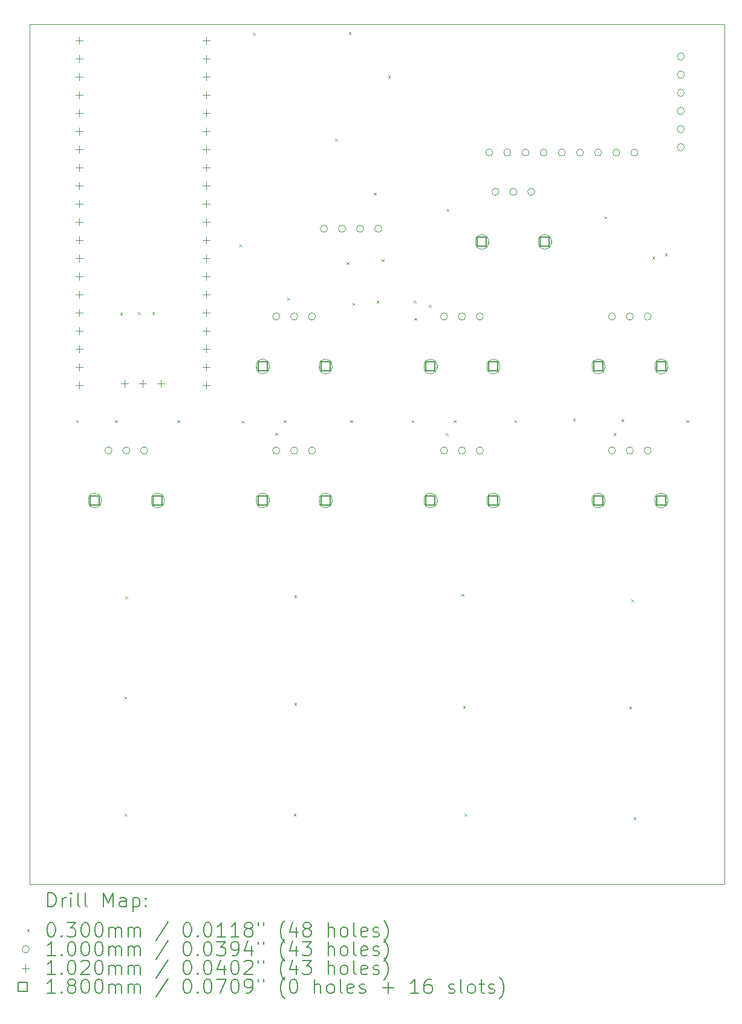
<source format=gbr>
%TF.GenerationSoftware,KiCad,Pcbnew,8.0.4*%
%TF.CreationDate,2024-08-26T20:04:37-05:00*%
%TF.ProjectId,controller,636f6e74-726f-46c6-9c65-722e6b696361,2*%
%TF.SameCoordinates,Original*%
%TF.FileFunction,Drillmap*%
%TF.FilePolarity,Positive*%
%FSLAX45Y45*%
G04 Gerber Fmt 4.5, Leading zero omitted, Abs format (unit mm)*
G04 Created by KiCad (PCBNEW 8.0.4) date 2024-08-26 20:04:37*
%MOMM*%
%LPD*%
G01*
G04 APERTURE LIST*
%ADD10C,0.050000*%
%ADD11C,0.200000*%
%ADD12C,0.100000*%
%ADD13C,0.102000*%
%ADD14C,0.180000*%
G04 APERTURE END LIST*
D10*
X3755000Y-3325000D02*
X13485000Y-3325000D01*
X13485000Y-15365000D01*
X3755000Y-15365000D01*
X3755000Y-3325000D01*
D11*
D12*
X4405000Y-8865000D02*
X4435000Y-8895000D01*
X4435000Y-8865000D02*
X4405000Y-8895000D01*
X4955000Y-8865000D02*
X4985000Y-8895000D01*
X4985000Y-8865000D02*
X4955000Y-8895000D01*
X5025000Y-7365000D02*
X5055000Y-7395000D01*
X5055000Y-7365000D02*
X5025000Y-7395000D01*
X5085000Y-12735000D02*
X5115000Y-12765000D01*
X5115000Y-12735000D02*
X5085000Y-12765000D01*
X5086666Y-14373303D02*
X5116666Y-14403303D01*
X5116666Y-14373303D02*
X5086666Y-14403303D01*
X5096666Y-11333303D02*
X5126666Y-11363303D01*
X5126666Y-11333303D02*
X5096666Y-11363303D01*
X5275000Y-7355000D02*
X5305000Y-7385000D01*
X5305000Y-7355000D02*
X5275000Y-7385000D01*
X5475000Y-7355000D02*
X5505000Y-7385000D01*
X5505000Y-7355000D02*
X5475000Y-7385000D01*
X5825000Y-8865000D02*
X5855000Y-8895000D01*
X5855000Y-8865000D02*
X5825000Y-8895000D01*
X6695000Y-6405000D02*
X6725000Y-6435000D01*
X6725000Y-6405000D02*
X6695000Y-6435000D01*
X6725000Y-8875000D02*
X6755000Y-8905000D01*
X6755000Y-8875000D02*
X6725000Y-8905000D01*
X6885000Y-3445000D02*
X6915000Y-3475000D01*
X6915000Y-3445000D02*
X6885000Y-3475000D01*
X7195000Y-9046250D02*
X7225000Y-9076250D01*
X7225000Y-9046250D02*
X7195000Y-9076250D01*
X7315000Y-8865000D02*
X7345000Y-8895000D01*
X7345000Y-8865000D02*
X7315000Y-8895000D01*
X7365000Y-7151000D02*
X7395000Y-7181000D01*
X7395000Y-7151000D02*
X7365000Y-7181000D01*
X7455000Y-14375000D02*
X7485000Y-14405000D01*
X7485000Y-14375000D02*
X7455000Y-14405000D01*
X7462212Y-11316091D02*
X7492212Y-11346091D01*
X7492212Y-11316091D02*
X7462212Y-11346091D01*
X7465000Y-12825000D02*
X7495000Y-12855000D01*
X7495000Y-12825000D02*
X7465000Y-12855000D01*
X8035000Y-4925000D02*
X8065000Y-4955000D01*
X8065000Y-4925000D02*
X8035000Y-4955000D01*
X8195000Y-6655000D02*
X8225000Y-6685000D01*
X8225000Y-6655000D02*
X8195000Y-6685000D01*
X8225000Y-3435000D02*
X8255000Y-3465000D01*
X8255000Y-3435000D02*
X8225000Y-3465000D01*
X8245000Y-8865000D02*
X8275000Y-8895000D01*
X8275000Y-8865000D02*
X8245000Y-8895000D01*
X8275000Y-7225000D02*
X8305000Y-7255000D01*
X8305000Y-7225000D02*
X8275000Y-7255000D01*
X8575000Y-5685000D02*
X8605000Y-5715000D01*
X8605000Y-5685000D02*
X8575000Y-5715000D01*
X8615000Y-7195000D02*
X8645000Y-7225000D01*
X8645000Y-7195000D02*
X8615000Y-7225000D01*
X8685000Y-6615000D02*
X8715000Y-6645000D01*
X8715000Y-6615000D02*
X8685000Y-6645000D01*
X8775000Y-4045000D02*
X8805000Y-4075000D01*
X8805000Y-4045000D02*
X8775000Y-4075000D01*
X9105000Y-8865000D02*
X9135000Y-8895000D01*
X9135000Y-8865000D02*
X9105000Y-8895000D01*
X9135000Y-7195000D02*
X9165000Y-7225000D01*
X9165000Y-7195000D02*
X9135000Y-7225000D01*
X9144500Y-7434481D02*
X9174500Y-7464481D01*
X9174500Y-7434481D02*
X9144500Y-7464481D01*
X9345000Y-7255000D02*
X9375000Y-7285000D01*
X9375000Y-7255000D02*
X9345000Y-7285000D01*
X9585000Y-9047500D02*
X9615000Y-9077500D01*
X9615000Y-9047500D02*
X9585000Y-9077500D01*
X9596571Y-5913429D02*
X9626571Y-5943429D01*
X9626571Y-5913429D02*
X9596571Y-5943429D01*
X9695000Y-8865000D02*
X9725000Y-8895000D01*
X9725000Y-8865000D02*
X9695000Y-8895000D01*
X9805000Y-11295000D02*
X9835000Y-11325000D01*
X9835000Y-11295000D02*
X9805000Y-11325000D01*
X9825000Y-12865000D02*
X9855000Y-12895000D01*
X9855000Y-12865000D02*
X9825000Y-12895000D01*
X9845000Y-14375000D02*
X9875000Y-14405000D01*
X9875000Y-14375000D02*
X9845000Y-14405000D01*
X10545000Y-8865000D02*
X10575000Y-8895000D01*
X10575000Y-8865000D02*
X10545000Y-8895000D01*
X11365000Y-8845000D02*
X11395000Y-8875000D01*
X11395000Y-8845000D02*
X11365000Y-8875000D01*
X11805000Y-6015000D02*
X11835000Y-6045000D01*
X11835000Y-6015000D02*
X11805000Y-6045000D01*
X11935000Y-9047500D02*
X11965000Y-9077500D01*
X11965000Y-9047500D02*
X11935000Y-9077500D01*
X12045000Y-8855000D02*
X12075000Y-8885000D01*
X12075000Y-8855000D02*
X12045000Y-8885000D01*
X12155000Y-12875000D02*
X12185000Y-12905000D01*
X12185000Y-12875000D02*
X12155000Y-12905000D01*
X12185000Y-11375000D02*
X12215000Y-11405000D01*
X12215000Y-11375000D02*
X12185000Y-11405000D01*
X12215000Y-14425000D02*
X12245000Y-14455000D01*
X12245000Y-14425000D02*
X12215000Y-14455000D01*
X12475000Y-6575000D02*
X12505000Y-6605000D01*
X12505000Y-6575000D02*
X12475000Y-6605000D01*
X12655000Y-6535000D02*
X12685000Y-6565000D01*
X12685000Y-6535000D02*
X12655000Y-6565000D01*
X12955000Y-8865000D02*
X12985000Y-8895000D01*
X12985000Y-8865000D02*
X12955000Y-8895000D01*
X4910000Y-9290000D02*
G75*
G02*
X4810000Y-9290000I-50000J0D01*
G01*
X4810000Y-9290000D02*
G75*
G02*
X4910000Y-9290000I50000J0D01*
G01*
X5160000Y-9290000D02*
G75*
G02*
X5060000Y-9290000I-50000J0D01*
G01*
X5060000Y-9290000D02*
G75*
G02*
X5160000Y-9290000I50000J0D01*
G01*
X5410000Y-9290000D02*
G75*
G02*
X5310000Y-9290000I-50000J0D01*
G01*
X5310000Y-9290000D02*
G75*
G02*
X5410000Y-9290000I50000J0D01*
G01*
X7260000Y-7415000D02*
G75*
G02*
X7160000Y-7415000I-50000J0D01*
G01*
X7160000Y-7415000D02*
G75*
G02*
X7260000Y-7415000I50000J0D01*
G01*
X7260000Y-9290000D02*
G75*
G02*
X7160000Y-9290000I-50000J0D01*
G01*
X7160000Y-9290000D02*
G75*
G02*
X7260000Y-9290000I50000J0D01*
G01*
X7510000Y-7415000D02*
G75*
G02*
X7410000Y-7415000I-50000J0D01*
G01*
X7410000Y-7415000D02*
G75*
G02*
X7510000Y-7415000I50000J0D01*
G01*
X7510000Y-9290000D02*
G75*
G02*
X7410000Y-9290000I-50000J0D01*
G01*
X7410000Y-9290000D02*
G75*
G02*
X7510000Y-9290000I50000J0D01*
G01*
X7760000Y-7415000D02*
G75*
G02*
X7660000Y-7415000I-50000J0D01*
G01*
X7660000Y-7415000D02*
G75*
G02*
X7760000Y-7415000I50000J0D01*
G01*
X7760000Y-9290000D02*
G75*
G02*
X7660000Y-9290000I-50000J0D01*
G01*
X7660000Y-9290000D02*
G75*
G02*
X7760000Y-9290000I50000J0D01*
G01*
X7927400Y-6185700D02*
G75*
G02*
X7827400Y-6185700I-50000J0D01*
G01*
X7827400Y-6185700D02*
G75*
G02*
X7927400Y-6185700I50000J0D01*
G01*
X8181400Y-6185700D02*
G75*
G02*
X8081400Y-6185700I-50000J0D01*
G01*
X8081400Y-6185700D02*
G75*
G02*
X8181400Y-6185700I50000J0D01*
G01*
X8435400Y-6185700D02*
G75*
G02*
X8335400Y-6185700I-50000J0D01*
G01*
X8335400Y-6185700D02*
G75*
G02*
X8435400Y-6185700I50000J0D01*
G01*
X8689400Y-6185700D02*
G75*
G02*
X8589400Y-6185700I-50000J0D01*
G01*
X8589400Y-6185700D02*
G75*
G02*
X8689400Y-6185700I50000J0D01*
G01*
X9610000Y-7415000D02*
G75*
G02*
X9510000Y-7415000I-50000J0D01*
G01*
X9510000Y-7415000D02*
G75*
G02*
X9610000Y-7415000I50000J0D01*
G01*
X9610000Y-9290000D02*
G75*
G02*
X9510000Y-9290000I-50000J0D01*
G01*
X9510000Y-9290000D02*
G75*
G02*
X9610000Y-9290000I50000J0D01*
G01*
X9860000Y-7415000D02*
G75*
G02*
X9760000Y-7415000I-50000J0D01*
G01*
X9760000Y-7415000D02*
G75*
G02*
X9860000Y-7415000I50000J0D01*
G01*
X9860000Y-9290000D02*
G75*
G02*
X9760000Y-9290000I-50000J0D01*
G01*
X9760000Y-9290000D02*
G75*
G02*
X9860000Y-9290000I50000J0D01*
G01*
X10110000Y-7415000D02*
G75*
G02*
X10010000Y-7415000I-50000J0D01*
G01*
X10010000Y-7415000D02*
G75*
G02*
X10110000Y-7415000I50000J0D01*
G01*
X10110000Y-9290000D02*
G75*
G02*
X10010000Y-9290000I-50000J0D01*
G01*
X10010000Y-9290000D02*
G75*
G02*
X10110000Y-9290000I50000J0D01*
G01*
X10242000Y-5120000D02*
G75*
G02*
X10142000Y-5120000I-50000J0D01*
G01*
X10142000Y-5120000D02*
G75*
G02*
X10242000Y-5120000I50000J0D01*
G01*
X10330000Y-5670000D02*
G75*
G02*
X10230000Y-5670000I-50000J0D01*
G01*
X10230000Y-5670000D02*
G75*
G02*
X10330000Y-5670000I50000J0D01*
G01*
X10496000Y-5120000D02*
G75*
G02*
X10396000Y-5120000I-50000J0D01*
G01*
X10396000Y-5120000D02*
G75*
G02*
X10496000Y-5120000I50000J0D01*
G01*
X10580000Y-5670000D02*
G75*
G02*
X10480000Y-5670000I-50000J0D01*
G01*
X10480000Y-5670000D02*
G75*
G02*
X10580000Y-5670000I50000J0D01*
G01*
X10750000Y-5120000D02*
G75*
G02*
X10650000Y-5120000I-50000J0D01*
G01*
X10650000Y-5120000D02*
G75*
G02*
X10750000Y-5120000I50000J0D01*
G01*
X10830000Y-5670000D02*
G75*
G02*
X10730000Y-5670000I-50000J0D01*
G01*
X10730000Y-5670000D02*
G75*
G02*
X10830000Y-5670000I50000J0D01*
G01*
X11004000Y-5120000D02*
G75*
G02*
X10904000Y-5120000I-50000J0D01*
G01*
X10904000Y-5120000D02*
G75*
G02*
X11004000Y-5120000I50000J0D01*
G01*
X11258000Y-5120000D02*
G75*
G02*
X11158000Y-5120000I-50000J0D01*
G01*
X11158000Y-5120000D02*
G75*
G02*
X11258000Y-5120000I50000J0D01*
G01*
X11512000Y-5120000D02*
G75*
G02*
X11412000Y-5120000I-50000J0D01*
G01*
X11412000Y-5120000D02*
G75*
G02*
X11512000Y-5120000I50000J0D01*
G01*
X11766000Y-5120000D02*
G75*
G02*
X11666000Y-5120000I-50000J0D01*
G01*
X11666000Y-5120000D02*
G75*
G02*
X11766000Y-5120000I50000J0D01*
G01*
X11960000Y-7415000D02*
G75*
G02*
X11860000Y-7415000I-50000J0D01*
G01*
X11860000Y-7415000D02*
G75*
G02*
X11960000Y-7415000I50000J0D01*
G01*
X11960000Y-9290000D02*
G75*
G02*
X11860000Y-9290000I-50000J0D01*
G01*
X11860000Y-9290000D02*
G75*
G02*
X11960000Y-9290000I50000J0D01*
G01*
X12020000Y-5120000D02*
G75*
G02*
X11920000Y-5120000I-50000J0D01*
G01*
X11920000Y-5120000D02*
G75*
G02*
X12020000Y-5120000I50000J0D01*
G01*
X12210000Y-7415000D02*
G75*
G02*
X12110000Y-7415000I-50000J0D01*
G01*
X12110000Y-7415000D02*
G75*
G02*
X12210000Y-7415000I50000J0D01*
G01*
X12210000Y-9290000D02*
G75*
G02*
X12110000Y-9290000I-50000J0D01*
G01*
X12110000Y-9290000D02*
G75*
G02*
X12210000Y-9290000I50000J0D01*
G01*
X12274000Y-5120000D02*
G75*
G02*
X12174000Y-5120000I-50000J0D01*
G01*
X12174000Y-5120000D02*
G75*
G02*
X12274000Y-5120000I50000J0D01*
G01*
X12460000Y-7415000D02*
G75*
G02*
X12360000Y-7415000I-50000J0D01*
G01*
X12360000Y-7415000D02*
G75*
G02*
X12460000Y-7415000I50000J0D01*
G01*
X12460000Y-9290000D02*
G75*
G02*
X12360000Y-9290000I-50000J0D01*
G01*
X12360000Y-9290000D02*
G75*
G02*
X12460000Y-9290000I50000J0D01*
G01*
X12924000Y-3775000D02*
G75*
G02*
X12824000Y-3775000I-50000J0D01*
G01*
X12824000Y-3775000D02*
G75*
G02*
X12924000Y-3775000I50000J0D01*
G01*
X12924000Y-4029000D02*
G75*
G02*
X12824000Y-4029000I-50000J0D01*
G01*
X12824000Y-4029000D02*
G75*
G02*
X12924000Y-4029000I50000J0D01*
G01*
X12924000Y-4283000D02*
G75*
G02*
X12824000Y-4283000I-50000J0D01*
G01*
X12824000Y-4283000D02*
G75*
G02*
X12924000Y-4283000I50000J0D01*
G01*
X12924000Y-4537000D02*
G75*
G02*
X12824000Y-4537000I-50000J0D01*
G01*
X12824000Y-4537000D02*
G75*
G02*
X12924000Y-4537000I50000J0D01*
G01*
X12924000Y-4791000D02*
G75*
G02*
X12824000Y-4791000I-50000J0D01*
G01*
X12824000Y-4791000D02*
G75*
G02*
X12924000Y-4791000I50000J0D01*
G01*
X12924000Y-5045000D02*
G75*
G02*
X12824000Y-5045000I-50000J0D01*
G01*
X12824000Y-5045000D02*
G75*
G02*
X12924000Y-5045000I50000J0D01*
G01*
D13*
X4450000Y-3499000D02*
X4450000Y-3601000D01*
X4399000Y-3550000D02*
X4501000Y-3550000D01*
X4450000Y-3753000D02*
X4450000Y-3855000D01*
X4399000Y-3804000D02*
X4501000Y-3804000D01*
X4450000Y-4007000D02*
X4450000Y-4109000D01*
X4399000Y-4058000D02*
X4501000Y-4058000D01*
X4450000Y-4261000D02*
X4450000Y-4363000D01*
X4399000Y-4312000D02*
X4501000Y-4312000D01*
X4450000Y-4515000D02*
X4450000Y-4617000D01*
X4399000Y-4566000D02*
X4501000Y-4566000D01*
X4450000Y-4769000D02*
X4450000Y-4871000D01*
X4399000Y-4820000D02*
X4501000Y-4820000D01*
X4450000Y-5023000D02*
X4450000Y-5125000D01*
X4399000Y-5074000D02*
X4501000Y-5074000D01*
X4450000Y-5277000D02*
X4450000Y-5379000D01*
X4399000Y-5328000D02*
X4501000Y-5328000D01*
X4450000Y-5531000D02*
X4450000Y-5633000D01*
X4399000Y-5582000D02*
X4501000Y-5582000D01*
X4450000Y-5785000D02*
X4450000Y-5887000D01*
X4399000Y-5836000D02*
X4501000Y-5836000D01*
X4450000Y-6039000D02*
X4450000Y-6141000D01*
X4399000Y-6090000D02*
X4501000Y-6090000D01*
X4450000Y-6293000D02*
X4450000Y-6395000D01*
X4399000Y-6344000D02*
X4501000Y-6344000D01*
X4450000Y-6547000D02*
X4450000Y-6649000D01*
X4399000Y-6598000D02*
X4501000Y-6598000D01*
X4450000Y-6801000D02*
X4450000Y-6903000D01*
X4399000Y-6852000D02*
X4501000Y-6852000D01*
X4450000Y-7055000D02*
X4450000Y-7157000D01*
X4399000Y-7106000D02*
X4501000Y-7106000D01*
X4450000Y-7309000D02*
X4450000Y-7411000D01*
X4399000Y-7360000D02*
X4501000Y-7360000D01*
X4450000Y-7563000D02*
X4450000Y-7665000D01*
X4399000Y-7614000D02*
X4501000Y-7614000D01*
X4450000Y-7817000D02*
X4450000Y-7919000D01*
X4399000Y-7868000D02*
X4501000Y-7868000D01*
X4450000Y-8071000D02*
X4450000Y-8173000D01*
X4399000Y-8122000D02*
X4501000Y-8122000D01*
X4450000Y-8325000D02*
X4450000Y-8427000D01*
X4399000Y-8376000D02*
X4501000Y-8376000D01*
X5085000Y-8302000D02*
X5085000Y-8404000D01*
X5034000Y-8353000D02*
X5136000Y-8353000D01*
X5339000Y-8302000D02*
X5339000Y-8404000D01*
X5288000Y-8353000D02*
X5390000Y-8353000D01*
X5593000Y-8302000D02*
X5593000Y-8404000D01*
X5542000Y-8353000D02*
X5644000Y-8353000D01*
X6228000Y-3499000D02*
X6228000Y-3601000D01*
X6177000Y-3550000D02*
X6279000Y-3550000D01*
X6228000Y-3753000D02*
X6228000Y-3855000D01*
X6177000Y-3804000D02*
X6279000Y-3804000D01*
X6228000Y-4007000D02*
X6228000Y-4109000D01*
X6177000Y-4058000D02*
X6279000Y-4058000D01*
X6228000Y-4261000D02*
X6228000Y-4363000D01*
X6177000Y-4312000D02*
X6279000Y-4312000D01*
X6228000Y-4515000D02*
X6228000Y-4617000D01*
X6177000Y-4566000D02*
X6279000Y-4566000D01*
X6228000Y-4769000D02*
X6228000Y-4871000D01*
X6177000Y-4820000D02*
X6279000Y-4820000D01*
X6228000Y-5023000D02*
X6228000Y-5125000D01*
X6177000Y-5074000D02*
X6279000Y-5074000D01*
X6228000Y-5277000D02*
X6228000Y-5379000D01*
X6177000Y-5328000D02*
X6279000Y-5328000D01*
X6228000Y-5531000D02*
X6228000Y-5633000D01*
X6177000Y-5582000D02*
X6279000Y-5582000D01*
X6228000Y-5785000D02*
X6228000Y-5887000D01*
X6177000Y-5836000D02*
X6279000Y-5836000D01*
X6228000Y-6039000D02*
X6228000Y-6141000D01*
X6177000Y-6090000D02*
X6279000Y-6090000D01*
X6228000Y-6293000D02*
X6228000Y-6395000D01*
X6177000Y-6344000D02*
X6279000Y-6344000D01*
X6228000Y-6547000D02*
X6228000Y-6649000D01*
X6177000Y-6598000D02*
X6279000Y-6598000D01*
X6228000Y-6801000D02*
X6228000Y-6903000D01*
X6177000Y-6852000D02*
X6279000Y-6852000D01*
X6228000Y-7055000D02*
X6228000Y-7157000D01*
X6177000Y-7106000D02*
X6279000Y-7106000D01*
X6228000Y-7309000D02*
X6228000Y-7411000D01*
X6177000Y-7360000D02*
X6279000Y-7360000D01*
X6228000Y-7563000D02*
X6228000Y-7665000D01*
X6177000Y-7614000D02*
X6279000Y-7614000D01*
X6228000Y-7817000D02*
X6228000Y-7919000D01*
X6177000Y-7868000D02*
X6279000Y-7868000D01*
X6228000Y-8071000D02*
X6228000Y-8173000D01*
X6177000Y-8122000D02*
X6279000Y-8122000D01*
X6228000Y-8325000D02*
X6228000Y-8427000D01*
X6177000Y-8376000D02*
X6279000Y-8376000D01*
D14*
X4733640Y-10053640D02*
X4733640Y-9926360D01*
X4606360Y-9926360D01*
X4606360Y-10053640D01*
X4733640Y-10053640D01*
D12*
X4580000Y-9975000D02*
X4580000Y-10005000D01*
X4760000Y-10005000D02*
G75*
G02*
X4580000Y-10005000I-90000J0D01*
G01*
X4760000Y-10005000D02*
X4760000Y-9975000D01*
X4760000Y-9975000D02*
G75*
G03*
X4580000Y-9975000I-90000J0D01*
G01*
D14*
X5613640Y-10053640D02*
X5613640Y-9926360D01*
X5486360Y-9926360D01*
X5486360Y-10053640D01*
X5613640Y-10053640D01*
D12*
X5460000Y-9975000D02*
X5460000Y-10005000D01*
X5640000Y-10005000D02*
G75*
G02*
X5460000Y-10005000I-90000J0D01*
G01*
X5640000Y-10005000D02*
X5640000Y-9975000D01*
X5640000Y-9975000D02*
G75*
G03*
X5460000Y-9975000I-90000J0D01*
G01*
D14*
X7083640Y-8178640D02*
X7083640Y-8051360D01*
X6956360Y-8051360D01*
X6956360Y-8178640D01*
X7083640Y-8178640D01*
D12*
X6930000Y-8100000D02*
X6930000Y-8130000D01*
X7110000Y-8130000D02*
G75*
G02*
X6930000Y-8130000I-90000J0D01*
G01*
X7110000Y-8130000D02*
X7110000Y-8100000D01*
X7110000Y-8100000D02*
G75*
G03*
X6930000Y-8100000I-90000J0D01*
G01*
D14*
X7083640Y-10053640D02*
X7083640Y-9926360D01*
X6956360Y-9926360D01*
X6956360Y-10053640D01*
X7083640Y-10053640D01*
D12*
X6930000Y-9975000D02*
X6930000Y-10005000D01*
X7110000Y-10005000D02*
G75*
G02*
X6930000Y-10005000I-90000J0D01*
G01*
X7110000Y-10005000D02*
X7110000Y-9975000D01*
X7110000Y-9975000D02*
G75*
G03*
X6930000Y-9975000I-90000J0D01*
G01*
D14*
X7963640Y-8178640D02*
X7963640Y-8051360D01*
X7836360Y-8051360D01*
X7836360Y-8178640D01*
X7963640Y-8178640D01*
D12*
X7810000Y-8100000D02*
X7810000Y-8130000D01*
X7990000Y-8130000D02*
G75*
G02*
X7810000Y-8130000I-90000J0D01*
G01*
X7990000Y-8130000D02*
X7990000Y-8100000D01*
X7990000Y-8100000D02*
G75*
G03*
X7810000Y-8100000I-90000J0D01*
G01*
D14*
X7963640Y-10053640D02*
X7963640Y-9926360D01*
X7836360Y-9926360D01*
X7836360Y-10053640D01*
X7963640Y-10053640D01*
D12*
X7810000Y-9975000D02*
X7810000Y-10005000D01*
X7990000Y-10005000D02*
G75*
G02*
X7810000Y-10005000I-90000J0D01*
G01*
X7990000Y-10005000D02*
X7990000Y-9975000D01*
X7990000Y-9975000D02*
G75*
G03*
X7810000Y-9975000I-90000J0D01*
G01*
D14*
X9433640Y-8178640D02*
X9433640Y-8051360D01*
X9306360Y-8051360D01*
X9306360Y-8178640D01*
X9433640Y-8178640D01*
D12*
X9280000Y-8100000D02*
X9280000Y-8130000D01*
X9460000Y-8130000D02*
G75*
G02*
X9280000Y-8130000I-90000J0D01*
G01*
X9460000Y-8130000D02*
X9460000Y-8100000D01*
X9460000Y-8100000D02*
G75*
G03*
X9280000Y-8100000I-90000J0D01*
G01*
D14*
X9433640Y-10053640D02*
X9433640Y-9926360D01*
X9306360Y-9926360D01*
X9306360Y-10053640D01*
X9433640Y-10053640D01*
D12*
X9280000Y-9975000D02*
X9280000Y-10005000D01*
X9460000Y-10005000D02*
G75*
G02*
X9280000Y-10005000I-90000J0D01*
G01*
X9460000Y-10005000D02*
X9460000Y-9975000D01*
X9460000Y-9975000D02*
G75*
G03*
X9280000Y-9975000I-90000J0D01*
G01*
D14*
X10153640Y-6433640D02*
X10153640Y-6306360D01*
X10026360Y-6306360D01*
X10026360Y-6433640D01*
X10153640Y-6433640D01*
D12*
X10000000Y-6355000D02*
X10000000Y-6385000D01*
X10180000Y-6385000D02*
G75*
G02*
X10000000Y-6385000I-90000J0D01*
G01*
X10180000Y-6385000D02*
X10180000Y-6355000D01*
X10180000Y-6355000D02*
G75*
G03*
X10000000Y-6355000I-90000J0D01*
G01*
D14*
X10313640Y-8178640D02*
X10313640Y-8051360D01*
X10186360Y-8051360D01*
X10186360Y-8178640D01*
X10313640Y-8178640D01*
D12*
X10160000Y-8100000D02*
X10160000Y-8130000D01*
X10340000Y-8130000D02*
G75*
G02*
X10160000Y-8130000I-90000J0D01*
G01*
X10340000Y-8130000D02*
X10340000Y-8100000D01*
X10340000Y-8100000D02*
G75*
G03*
X10160000Y-8100000I-90000J0D01*
G01*
D14*
X10313640Y-10053640D02*
X10313640Y-9926360D01*
X10186360Y-9926360D01*
X10186360Y-10053640D01*
X10313640Y-10053640D01*
D12*
X10160000Y-9975000D02*
X10160000Y-10005000D01*
X10340000Y-10005000D02*
G75*
G02*
X10160000Y-10005000I-90000J0D01*
G01*
X10340000Y-10005000D02*
X10340000Y-9975000D01*
X10340000Y-9975000D02*
G75*
G03*
X10160000Y-9975000I-90000J0D01*
G01*
D14*
X11033640Y-6433640D02*
X11033640Y-6306360D01*
X10906360Y-6306360D01*
X10906360Y-6433640D01*
X11033640Y-6433640D01*
D12*
X10880000Y-6355000D02*
X10880000Y-6385000D01*
X11060000Y-6385000D02*
G75*
G02*
X10880000Y-6385000I-90000J0D01*
G01*
X11060000Y-6385000D02*
X11060000Y-6355000D01*
X11060000Y-6355000D02*
G75*
G03*
X10880000Y-6355000I-90000J0D01*
G01*
D14*
X11783640Y-8178640D02*
X11783640Y-8051360D01*
X11656360Y-8051360D01*
X11656360Y-8178640D01*
X11783640Y-8178640D01*
D12*
X11630000Y-8100000D02*
X11630000Y-8130000D01*
X11810000Y-8130000D02*
G75*
G02*
X11630000Y-8130000I-90000J0D01*
G01*
X11810000Y-8130000D02*
X11810000Y-8100000D01*
X11810000Y-8100000D02*
G75*
G03*
X11630000Y-8100000I-90000J0D01*
G01*
D14*
X11783640Y-10053640D02*
X11783640Y-9926360D01*
X11656360Y-9926360D01*
X11656360Y-10053640D01*
X11783640Y-10053640D01*
D12*
X11630000Y-9975000D02*
X11630000Y-10005000D01*
X11810000Y-10005000D02*
G75*
G02*
X11630000Y-10005000I-90000J0D01*
G01*
X11810000Y-10005000D02*
X11810000Y-9975000D01*
X11810000Y-9975000D02*
G75*
G03*
X11630000Y-9975000I-90000J0D01*
G01*
D14*
X12663640Y-8178640D02*
X12663640Y-8051360D01*
X12536360Y-8051360D01*
X12536360Y-8178640D01*
X12663640Y-8178640D01*
D12*
X12510000Y-8100000D02*
X12510000Y-8130000D01*
X12690000Y-8130000D02*
G75*
G02*
X12510000Y-8130000I-90000J0D01*
G01*
X12690000Y-8130000D02*
X12690000Y-8100000D01*
X12690000Y-8100000D02*
G75*
G03*
X12510000Y-8100000I-90000J0D01*
G01*
D14*
X12663640Y-10053640D02*
X12663640Y-9926360D01*
X12536360Y-9926360D01*
X12536360Y-10053640D01*
X12663640Y-10053640D01*
D12*
X12510000Y-9975000D02*
X12510000Y-10005000D01*
X12690000Y-10005000D02*
G75*
G02*
X12510000Y-10005000I-90000J0D01*
G01*
X12690000Y-10005000D02*
X12690000Y-9975000D01*
X12690000Y-9975000D02*
G75*
G03*
X12510000Y-9975000I-90000J0D01*
G01*
D11*
X4013277Y-15678984D02*
X4013277Y-15478984D01*
X4013277Y-15478984D02*
X4060896Y-15478984D01*
X4060896Y-15478984D02*
X4089467Y-15488508D01*
X4089467Y-15488508D02*
X4108515Y-15507555D01*
X4108515Y-15507555D02*
X4118039Y-15526603D01*
X4118039Y-15526603D02*
X4127562Y-15564698D01*
X4127562Y-15564698D02*
X4127562Y-15593269D01*
X4127562Y-15593269D02*
X4118039Y-15631365D01*
X4118039Y-15631365D02*
X4108515Y-15650412D01*
X4108515Y-15650412D02*
X4089467Y-15669460D01*
X4089467Y-15669460D02*
X4060896Y-15678984D01*
X4060896Y-15678984D02*
X4013277Y-15678984D01*
X4213277Y-15678984D02*
X4213277Y-15545650D01*
X4213277Y-15583746D02*
X4222801Y-15564698D01*
X4222801Y-15564698D02*
X4232324Y-15555174D01*
X4232324Y-15555174D02*
X4251372Y-15545650D01*
X4251372Y-15545650D02*
X4270420Y-15545650D01*
X4337086Y-15678984D02*
X4337086Y-15545650D01*
X4337086Y-15478984D02*
X4327563Y-15488508D01*
X4327563Y-15488508D02*
X4337086Y-15498031D01*
X4337086Y-15498031D02*
X4346610Y-15488508D01*
X4346610Y-15488508D02*
X4337086Y-15478984D01*
X4337086Y-15478984D02*
X4337086Y-15498031D01*
X4460896Y-15678984D02*
X4441848Y-15669460D01*
X4441848Y-15669460D02*
X4432324Y-15650412D01*
X4432324Y-15650412D02*
X4432324Y-15478984D01*
X4565658Y-15678984D02*
X4546610Y-15669460D01*
X4546610Y-15669460D02*
X4537086Y-15650412D01*
X4537086Y-15650412D02*
X4537086Y-15478984D01*
X4794229Y-15678984D02*
X4794229Y-15478984D01*
X4794229Y-15478984D02*
X4860896Y-15621841D01*
X4860896Y-15621841D02*
X4927563Y-15478984D01*
X4927563Y-15478984D02*
X4927563Y-15678984D01*
X5108515Y-15678984D02*
X5108515Y-15574222D01*
X5108515Y-15574222D02*
X5098991Y-15555174D01*
X5098991Y-15555174D02*
X5079944Y-15545650D01*
X5079944Y-15545650D02*
X5041848Y-15545650D01*
X5041848Y-15545650D02*
X5022801Y-15555174D01*
X5108515Y-15669460D02*
X5089467Y-15678984D01*
X5089467Y-15678984D02*
X5041848Y-15678984D01*
X5041848Y-15678984D02*
X5022801Y-15669460D01*
X5022801Y-15669460D02*
X5013277Y-15650412D01*
X5013277Y-15650412D02*
X5013277Y-15631365D01*
X5013277Y-15631365D02*
X5022801Y-15612317D01*
X5022801Y-15612317D02*
X5041848Y-15602793D01*
X5041848Y-15602793D02*
X5089467Y-15602793D01*
X5089467Y-15602793D02*
X5108515Y-15593269D01*
X5203753Y-15545650D02*
X5203753Y-15745650D01*
X5203753Y-15555174D02*
X5222801Y-15545650D01*
X5222801Y-15545650D02*
X5260896Y-15545650D01*
X5260896Y-15545650D02*
X5279944Y-15555174D01*
X5279944Y-15555174D02*
X5289467Y-15564698D01*
X5289467Y-15564698D02*
X5298991Y-15583746D01*
X5298991Y-15583746D02*
X5298991Y-15640888D01*
X5298991Y-15640888D02*
X5289467Y-15659936D01*
X5289467Y-15659936D02*
X5279944Y-15669460D01*
X5279944Y-15669460D02*
X5260896Y-15678984D01*
X5260896Y-15678984D02*
X5222801Y-15678984D01*
X5222801Y-15678984D02*
X5203753Y-15669460D01*
X5384705Y-15659936D02*
X5394229Y-15669460D01*
X5394229Y-15669460D02*
X5384705Y-15678984D01*
X5384705Y-15678984D02*
X5375182Y-15669460D01*
X5375182Y-15669460D02*
X5384705Y-15659936D01*
X5384705Y-15659936D02*
X5384705Y-15678984D01*
X5384705Y-15555174D02*
X5394229Y-15564698D01*
X5394229Y-15564698D02*
X5384705Y-15574222D01*
X5384705Y-15574222D02*
X5375182Y-15564698D01*
X5375182Y-15564698D02*
X5384705Y-15555174D01*
X5384705Y-15555174D02*
X5384705Y-15574222D01*
D12*
X3722500Y-15992500D02*
X3752500Y-16022500D01*
X3752500Y-15992500D02*
X3722500Y-16022500D01*
D11*
X4051372Y-15898984D02*
X4070420Y-15898984D01*
X4070420Y-15898984D02*
X4089467Y-15908508D01*
X4089467Y-15908508D02*
X4098991Y-15918031D01*
X4098991Y-15918031D02*
X4108515Y-15937079D01*
X4108515Y-15937079D02*
X4118039Y-15975174D01*
X4118039Y-15975174D02*
X4118039Y-16022793D01*
X4118039Y-16022793D02*
X4108515Y-16060888D01*
X4108515Y-16060888D02*
X4098991Y-16079936D01*
X4098991Y-16079936D02*
X4089467Y-16089460D01*
X4089467Y-16089460D02*
X4070420Y-16098984D01*
X4070420Y-16098984D02*
X4051372Y-16098984D01*
X4051372Y-16098984D02*
X4032324Y-16089460D01*
X4032324Y-16089460D02*
X4022801Y-16079936D01*
X4022801Y-16079936D02*
X4013277Y-16060888D01*
X4013277Y-16060888D02*
X4003753Y-16022793D01*
X4003753Y-16022793D02*
X4003753Y-15975174D01*
X4003753Y-15975174D02*
X4013277Y-15937079D01*
X4013277Y-15937079D02*
X4022801Y-15918031D01*
X4022801Y-15918031D02*
X4032324Y-15908508D01*
X4032324Y-15908508D02*
X4051372Y-15898984D01*
X4203753Y-16079936D02*
X4213277Y-16089460D01*
X4213277Y-16089460D02*
X4203753Y-16098984D01*
X4203753Y-16098984D02*
X4194229Y-16089460D01*
X4194229Y-16089460D02*
X4203753Y-16079936D01*
X4203753Y-16079936D02*
X4203753Y-16098984D01*
X4279944Y-15898984D02*
X4403753Y-15898984D01*
X4403753Y-15898984D02*
X4337086Y-15975174D01*
X4337086Y-15975174D02*
X4365658Y-15975174D01*
X4365658Y-15975174D02*
X4384705Y-15984698D01*
X4384705Y-15984698D02*
X4394229Y-15994222D01*
X4394229Y-15994222D02*
X4403753Y-16013269D01*
X4403753Y-16013269D02*
X4403753Y-16060888D01*
X4403753Y-16060888D02*
X4394229Y-16079936D01*
X4394229Y-16079936D02*
X4384705Y-16089460D01*
X4384705Y-16089460D02*
X4365658Y-16098984D01*
X4365658Y-16098984D02*
X4308515Y-16098984D01*
X4308515Y-16098984D02*
X4289467Y-16089460D01*
X4289467Y-16089460D02*
X4279944Y-16079936D01*
X4527563Y-15898984D02*
X4546610Y-15898984D01*
X4546610Y-15898984D02*
X4565658Y-15908508D01*
X4565658Y-15908508D02*
X4575182Y-15918031D01*
X4575182Y-15918031D02*
X4584705Y-15937079D01*
X4584705Y-15937079D02*
X4594229Y-15975174D01*
X4594229Y-15975174D02*
X4594229Y-16022793D01*
X4594229Y-16022793D02*
X4584705Y-16060888D01*
X4584705Y-16060888D02*
X4575182Y-16079936D01*
X4575182Y-16079936D02*
X4565658Y-16089460D01*
X4565658Y-16089460D02*
X4546610Y-16098984D01*
X4546610Y-16098984D02*
X4527563Y-16098984D01*
X4527563Y-16098984D02*
X4508515Y-16089460D01*
X4508515Y-16089460D02*
X4498991Y-16079936D01*
X4498991Y-16079936D02*
X4489467Y-16060888D01*
X4489467Y-16060888D02*
X4479944Y-16022793D01*
X4479944Y-16022793D02*
X4479944Y-15975174D01*
X4479944Y-15975174D02*
X4489467Y-15937079D01*
X4489467Y-15937079D02*
X4498991Y-15918031D01*
X4498991Y-15918031D02*
X4508515Y-15908508D01*
X4508515Y-15908508D02*
X4527563Y-15898984D01*
X4718039Y-15898984D02*
X4737086Y-15898984D01*
X4737086Y-15898984D02*
X4756134Y-15908508D01*
X4756134Y-15908508D02*
X4765658Y-15918031D01*
X4765658Y-15918031D02*
X4775182Y-15937079D01*
X4775182Y-15937079D02*
X4784705Y-15975174D01*
X4784705Y-15975174D02*
X4784705Y-16022793D01*
X4784705Y-16022793D02*
X4775182Y-16060888D01*
X4775182Y-16060888D02*
X4765658Y-16079936D01*
X4765658Y-16079936D02*
X4756134Y-16089460D01*
X4756134Y-16089460D02*
X4737086Y-16098984D01*
X4737086Y-16098984D02*
X4718039Y-16098984D01*
X4718039Y-16098984D02*
X4698991Y-16089460D01*
X4698991Y-16089460D02*
X4689467Y-16079936D01*
X4689467Y-16079936D02*
X4679944Y-16060888D01*
X4679944Y-16060888D02*
X4670420Y-16022793D01*
X4670420Y-16022793D02*
X4670420Y-15975174D01*
X4670420Y-15975174D02*
X4679944Y-15937079D01*
X4679944Y-15937079D02*
X4689467Y-15918031D01*
X4689467Y-15918031D02*
X4698991Y-15908508D01*
X4698991Y-15908508D02*
X4718039Y-15898984D01*
X4870420Y-16098984D02*
X4870420Y-15965650D01*
X4870420Y-15984698D02*
X4879944Y-15975174D01*
X4879944Y-15975174D02*
X4898991Y-15965650D01*
X4898991Y-15965650D02*
X4927563Y-15965650D01*
X4927563Y-15965650D02*
X4946610Y-15975174D01*
X4946610Y-15975174D02*
X4956134Y-15994222D01*
X4956134Y-15994222D02*
X4956134Y-16098984D01*
X4956134Y-15994222D02*
X4965658Y-15975174D01*
X4965658Y-15975174D02*
X4984705Y-15965650D01*
X4984705Y-15965650D02*
X5013277Y-15965650D01*
X5013277Y-15965650D02*
X5032325Y-15975174D01*
X5032325Y-15975174D02*
X5041848Y-15994222D01*
X5041848Y-15994222D02*
X5041848Y-16098984D01*
X5137086Y-16098984D02*
X5137086Y-15965650D01*
X5137086Y-15984698D02*
X5146610Y-15975174D01*
X5146610Y-15975174D02*
X5165658Y-15965650D01*
X5165658Y-15965650D02*
X5194229Y-15965650D01*
X5194229Y-15965650D02*
X5213277Y-15975174D01*
X5213277Y-15975174D02*
X5222801Y-15994222D01*
X5222801Y-15994222D02*
X5222801Y-16098984D01*
X5222801Y-15994222D02*
X5232325Y-15975174D01*
X5232325Y-15975174D02*
X5251372Y-15965650D01*
X5251372Y-15965650D02*
X5279944Y-15965650D01*
X5279944Y-15965650D02*
X5298991Y-15975174D01*
X5298991Y-15975174D02*
X5308515Y-15994222D01*
X5308515Y-15994222D02*
X5308515Y-16098984D01*
X5698991Y-15889460D02*
X5527563Y-16146603D01*
X5956134Y-15898984D02*
X5975182Y-15898984D01*
X5975182Y-15898984D02*
X5994229Y-15908508D01*
X5994229Y-15908508D02*
X6003753Y-15918031D01*
X6003753Y-15918031D02*
X6013277Y-15937079D01*
X6013277Y-15937079D02*
X6022801Y-15975174D01*
X6022801Y-15975174D02*
X6022801Y-16022793D01*
X6022801Y-16022793D02*
X6013277Y-16060888D01*
X6013277Y-16060888D02*
X6003753Y-16079936D01*
X6003753Y-16079936D02*
X5994229Y-16089460D01*
X5994229Y-16089460D02*
X5975182Y-16098984D01*
X5975182Y-16098984D02*
X5956134Y-16098984D01*
X5956134Y-16098984D02*
X5937086Y-16089460D01*
X5937086Y-16089460D02*
X5927563Y-16079936D01*
X5927563Y-16079936D02*
X5918039Y-16060888D01*
X5918039Y-16060888D02*
X5908515Y-16022793D01*
X5908515Y-16022793D02*
X5908515Y-15975174D01*
X5908515Y-15975174D02*
X5918039Y-15937079D01*
X5918039Y-15937079D02*
X5927563Y-15918031D01*
X5927563Y-15918031D02*
X5937086Y-15908508D01*
X5937086Y-15908508D02*
X5956134Y-15898984D01*
X6108515Y-16079936D02*
X6118039Y-16089460D01*
X6118039Y-16089460D02*
X6108515Y-16098984D01*
X6108515Y-16098984D02*
X6098991Y-16089460D01*
X6098991Y-16089460D02*
X6108515Y-16079936D01*
X6108515Y-16079936D02*
X6108515Y-16098984D01*
X6241848Y-15898984D02*
X6260896Y-15898984D01*
X6260896Y-15898984D02*
X6279944Y-15908508D01*
X6279944Y-15908508D02*
X6289467Y-15918031D01*
X6289467Y-15918031D02*
X6298991Y-15937079D01*
X6298991Y-15937079D02*
X6308515Y-15975174D01*
X6308515Y-15975174D02*
X6308515Y-16022793D01*
X6308515Y-16022793D02*
X6298991Y-16060888D01*
X6298991Y-16060888D02*
X6289467Y-16079936D01*
X6289467Y-16079936D02*
X6279944Y-16089460D01*
X6279944Y-16089460D02*
X6260896Y-16098984D01*
X6260896Y-16098984D02*
X6241848Y-16098984D01*
X6241848Y-16098984D02*
X6222801Y-16089460D01*
X6222801Y-16089460D02*
X6213277Y-16079936D01*
X6213277Y-16079936D02*
X6203753Y-16060888D01*
X6203753Y-16060888D02*
X6194229Y-16022793D01*
X6194229Y-16022793D02*
X6194229Y-15975174D01*
X6194229Y-15975174D02*
X6203753Y-15937079D01*
X6203753Y-15937079D02*
X6213277Y-15918031D01*
X6213277Y-15918031D02*
X6222801Y-15908508D01*
X6222801Y-15908508D02*
X6241848Y-15898984D01*
X6498991Y-16098984D02*
X6384706Y-16098984D01*
X6441848Y-16098984D02*
X6441848Y-15898984D01*
X6441848Y-15898984D02*
X6422801Y-15927555D01*
X6422801Y-15927555D02*
X6403753Y-15946603D01*
X6403753Y-15946603D02*
X6384706Y-15956127D01*
X6689467Y-16098984D02*
X6575182Y-16098984D01*
X6632325Y-16098984D02*
X6632325Y-15898984D01*
X6632325Y-15898984D02*
X6613277Y-15927555D01*
X6613277Y-15927555D02*
X6594229Y-15946603D01*
X6594229Y-15946603D02*
X6575182Y-15956127D01*
X6803753Y-15984698D02*
X6784706Y-15975174D01*
X6784706Y-15975174D02*
X6775182Y-15965650D01*
X6775182Y-15965650D02*
X6765658Y-15946603D01*
X6765658Y-15946603D02*
X6765658Y-15937079D01*
X6765658Y-15937079D02*
X6775182Y-15918031D01*
X6775182Y-15918031D02*
X6784706Y-15908508D01*
X6784706Y-15908508D02*
X6803753Y-15898984D01*
X6803753Y-15898984D02*
X6841848Y-15898984D01*
X6841848Y-15898984D02*
X6860896Y-15908508D01*
X6860896Y-15908508D02*
X6870420Y-15918031D01*
X6870420Y-15918031D02*
X6879944Y-15937079D01*
X6879944Y-15937079D02*
X6879944Y-15946603D01*
X6879944Y-15946603D02*
X6870420Y-15965650D01*
X6870420Y-15965650D02*
X6860896Y-15975174D01*
X6860896Y-15975174D02*
X6841848Y-15984698D01*
X6841848Y-15984698D02*
X6803753Y-15984698D01*
X6803753Y-15984698D02*
X6784706Y-15994222D01*
X6784706Y-15994222D02*
X6775182Y-16003746D01*
X6775182Y-16003746D02*
X6765658Y-16022793D01*
X6765658Y-16022793D02*
X6765658Y-16060888D01*
X6765658Y-16060888D02*
X6775182Y-16079936D01*
X6775182Y-16079936D02*
X6784706Y-16089460D01*
X6784706Y-16089460D02*
X6803753Y-16098984D01*
X6803753Y-16098984D02*
X6841848Y-16098984D01*
X6841848Y-16098984D02*
X6860896Y-16089460D01*
X6860896Y-16089460D02*
X6870420Y-16079936D01*
X6870420Y-16079936D02*
X6879944Y-16060888D01*
X6879944Y-16060888D02*
X6879944Y-16022793D01*
X6879944Y-16022793D02*
X6870420Y-16003746D01*
X6870420Y-16003746D02*
X6860896Y-15994222D01*
X6860896Y-15994222D02*
X6841848Y-15984698D01*
X6956134Y-15898984D02*
X6956134Y-15937079D01*
X7032325Y-15898984D02*
X7032325Y-15937079D01*
X7327563Y-16175174D02*
X7318039Y-16165650D01*
X7318039Y-16165650D02*
X7298991Y-16137079D01*
X7298991Y-16137079D02*
X7289468Y-16118031D01*
X7289468Y-16118031D02*
X7279944Y-16089460D01*
X7279944Y-16089460D02*
X7270420Y-16041841D01*
X7270420Y-16041841D02*
X7270420Y-16003746D01*
X7270420Y-16003746D02*
X7279944Y-15956127D01*
X7279944Y-15956127D02*
X7289468Y-15927555D01*
X7289468Y-15927555D02*
X7298991Y-15908508D01*
X7298991Y-15908508D02*
X7318039Y-15879936D01*
X7318039Y-15879936D02*
X7327563Y-15870412D01*
X7489468Y-15965650D02*
X7489468Y-16098984D01*
X7441848Y-15889460D02*
X7394229Y-16032317D01*
X7394229Y-16032317D02*
X7518039Y-16032317D01*
X7622801Y-15984698D02*
X7603753Y-15975174D01*
X7603753Y-15975174D02*
X7594229Y-15965650D01*
X7594229Y-15965650D02*
X7584706Y-15946603D01*
X7584706Y-15946603D02*
X7584706Y-15937079D01*
X7584706Y-15937079D02*
X7594229Y-15918031D01*
X7594229Y-15918031D02*
X7603753Y-15908508D01*
X7603753Y-15908508D02*
X7622801Y-15898984D01*
X7622801Y-15898984D02*
X7660896Y-15898984D01*
X7660896Y-15898984D02*
X7679944Y-15908508D01*
X7679944Y-15908508D02*
X7689468Y-15918031D01*
X7689468Y-15918031D02*
X7698991Y-15937079D01*
X7698991Y-15937079D02*
X7698991Y-15946603D01*
X7698991Y-15946603D02*
X7689468Y-15965650D01*
X7689468Y-15965650D02*
X7679944Y-15975174D01*
X7679944Y-15975174D02*
X7660896Y-15984698D01*
X7660896Y-15984698D02*
X7622801Y-15984698D01*
X7622801Y-15984698D02*
X7603753Y-15994222D01*
X7603753Y-15994222D02*
X7594229Y-16003746D01*
X7594229Y-16003746D02*
X7584706Y-16022793D01*
X7584706Y-16022793D02*
X7584706Y-16060888D01*
X7584706Y-16060888D02*
X7594229Y-16079936D01*
X7594229Y-16079936D02*
X7603753Y-16089460D01*
X7603753Y-16089460D02*
X7622801Y-16098984D01*
X7622801Y-16098984D02*
X7660896Y-16098984D01*
X7660896Y-16098984D02*
X7679944Y-16089460D01*
X7679944Y-16089460D02*
X7689468Y-16079936D01*
X7689468Y-16079936D02*
X7698991Y-16060888D01*
X7698991Y-16060888D02*
X7698991Y-16022793D01*
X7698991Y-16022793D02*
X7689468Y-16003746D01*
X7689468Y-16003746D02*
X7679944Y-15994222D01*
X7679944Y-15994222D02*
X7660896Y-15984698D01*
X7937087Y-16098984D02*
X7937087Y-15898984D01*
X8022801Y-16098984D02*
X8022801Y-15994222D01*
X8022801Y-15994222D02*
X8013277Y-15975174D01*
X8013277Y-15975174D02*
X7994230Y-15965650D01*
X7994230Y-15965650D02*
X7965658Y-15965650D01*
X7965658Y-15965650D02*
X7946610Y-15975174D01*
X7946610Y-15975174D02*
X7937087Y-15984698D01*
X8146610Y-16098984D02*
X8127563Y-16089460D01*
X8127563Y-16089460D02*
X8118039Y-16079936D01*
X8118039Y-16079936D02*
X8108515Y-16060888D01*
X8108515Y-16060888D02*
X8108515Y-16003746D01*
X8108515Y-16003746D02*
X8118039Y-15984698D01*
X8118039Y-15984698D02*
X8127563Y-15975174D01*
X8127563Y-15975174D02*
X8146610Y-15965650D01*
X8146610Y-15965650D02*
X8175182Y-15965650D01*
X8175182Y-15965650D02*
X8194230Y-15975174D01*
X8194230Y-15975174D02*
X8203753Y-15984698D01*
X8203753Y-15984698D02*
X8213277Y-16003746D01*
X8213277Y-16003746D02*
X8213277Y-16060888D01*
X8213277Y-16060888D02*
X8203753Y-16079936D01*
X8203753Y-16079936D02*
X8194230Y-16089460D01*
X8194230Y-16089460D02*
X8175182Y-16098984D01*
X8175182Y-16098984D02*
X8146610Y-16098984D01*
X8327563Y-16098984D02*
X8308515Y-16089460D01*
X8308515Y-16089460D02*
X8298991Y-16070412D01*
X8298991Y-16070412D02*
X8298991Y-15898984D01*
X8479944Y-16089460D02*
X8460896Y-16098984D01*
X8460896Y-16098984D02*
X8422801Y-16098984D01*
X8422801Y-16098984D02*
X8403753Y-16089460D01*
X8403753Y-16089460D02*
X8394230Y-16070412D01*
X8394230Y-16070412D02*
X8394230Y-15994222D01*
X8394230Y-15994222D02*
X8403753Y-15975174D01*
X8403753Y-15975174D02*
X8422801Y-15965650D01*
X8422801Y-15965650D02*
X8460896Y-15965650D01*
X8460896Y-15965650D02*
X8479944Y-15975174D01*
X8479944Y-15975174D02*
X8489468Y-15994222D01*
X8489468Y-15994222D02*
X8489468Y-16013269D01*
X8489468Y-16013269D02*
X8394230Y-16032317D01*
X8565658Y-16089460D02*
X8584706Y-16098984D01*
X8584706Y-16098984D02*
X8622801Y-16098984D01*
X8622801Y-16098984D02*
X8641849Y-16089460D01*
X8641849Y-16089460D02*
X8651373Y-16070412D01*
X8651373Y-16070412D02*
X8651373Y-16060888D01*
X8651373Y-16060888D02*
X8641849Y-16041841D01*
X8641849Y-16041841D02*
X8622801Y-16032317D01*
X8622801Y-16032317D02*
X8594230Y-16032317D01*
X8594230Y-16032317D02*
X8575182Y-16022793D01*
X8575182Y-16022793D02*
X8565658Y-16003746D01*
X8565658Y-16003746D02*
X8565658Y-15994222D01*
X8565658Y-15994222D02*
X8575182Y-15975174D01*
X8575182Y-15975174D02*
X8594230Y-15965650D01*
X8594230Y-15965650D02*
X8622801Y-15965650D01*
X8622801Y-15965650D02*
X8641849Y-15975174D01*
X8718039Y-16175174D02*
X8727563Y-16165650D01*
X8727563Y-16165650D02*
X8746611Y-16137079D01*
X8746611Y-16137079D02*
X8756134Y-16118031D01*
X8756134Y-16118031D02*
X8765658Y-16089460D01*
X8765658Y-16089460D02*
X8775182Y-16041841D01*
X8775182Y-16041841D02*
X8775182Y-16003746D01*
X8775182Y-16003746D02*
X8765658Y-15956127D01*
X8765658Y-15956127D02*
X8756134Y-15927555D01*
X8756134Y-15927555D02*
X8746611Y-15908508D01*
X8746611Y-15908508D02*
X8727563Y-15879936D01*
X8727563Y-15879936D02*
X8718039Y-15870412D01*
D12*
X3752500Y-16271500D02*
G75*
G02*
X3652500Y-16271500I-50000J0D01*
G01*
X3652500Y-16271500D02*
G75*
G02*
X3752500Y-16271500I50000J0D01*
G01*
D11*
X4118039Y-16362984D02*
X4003753Y-16362984D01*
X4060896Y-16362984D02*
X4060896Y-16162984D01*
X4060896Y-16162984D02*
X4041848Y-16191555D01*
X4041848Y-16191555D02*
X4022801Y-16210603D01*
X4022801Y-16210603D02*
X4003753Y-16220127D01*
X4203753Y-16343936D02*
X4213277Y-16353460D01*
X4213277Y-16353460D02*
X4203753Y-16362984D01*
X4203753Y-16362984D02*
X4194229Y-16353460D01*
X4194229Y-16353460D02*
X4203753Y-16343936D01*
X4203753Y-16343936D02*
X4203753Y-16362984D01*
X4337086Y-16162984D02*
X4356134Y-16162984D01*
X4356134Y-16162984D02*
X4375182Y-16172508D01*
X4375182Y-16172508D02*
X4384705Y-16182031D01*
X4384705Y-16182031D02*
X4394229Y-16201079D01*
X4394229Y-16201079D02*
X4403753Y-16239174D01*
X4403753Y-16239174D02*
X4403753Y-16286793D01*
X4403753Y-16286793D02*
X4394229Y-16324888D01*
X4394229Y-16324888D02*
X4384705Y-16343936D01*
X4384705Y-16343936D02*
X4375182Y-16353460D01*
X4375182Y-16353460D02*
X4356134Y-16362984D01*
X4356134Y-16362984D02*
X4337086Y-16362984D01*
X4337086Y-16362984D02*
X4318039Y-16353460D01*
X4318039Y-16353460D02*
X4308515Y-16343936D01*
X4308515Y-16343936D02*
X4298991Y-16324888D01*
X4298991Y-16324888D02*
X4289467Y-16286793D01*
X4289467Y-16286793D02*
X4289467Y-16239174D01*
X4289467Y-16239174D02*
X4298991Y-16201079D01*
X4298991Y-16201079D02*
X4308515Y-16182031D01*
X4308515Y-16182031D02*
X4318039Y-16172508D01*
X4318039Y-16172508D02*
X4337086Y-16162984D01*
X4527563Y-16162984D02*
X4546610Y-16162984D01*
X4546610Y-16162984D02*
X4565658Y-16172508D01*
X4565658Y-16172508D02*
X4575182Y-16182031D01*
X4575182Y-16182031D02*
X4584705Y-16201079D01*
X4584705Y-16201079D02*
X4594229Y-16239174D01*
X4594229Y-16239174D02*
X4594229Y-16286793D01*
X4594229Y-16286793D02*
X4584705Y-16324888D01*
X4584705Y-16324888D02*
X4575182Y-16343936D01*
X4575182Y-16343936D02*
X4565658Y-16353460D01*
X4565658Y-16353460D02*
X4546610Y-16362984D01*
X4546610Y-16362984D02*
X4527563Y-16362984D01*
X4527563Y-16362984D02*
X4508515Y-16353460D01*
X4508515Y-16353460D02*
X4498991Y-16343936D01*
X4498991Y-16343936D02*
X4489467Y-16324888D01*
X4489467Y-16324888D02*
X4479944Y-16286793D01*
X4479944Y-16286793D02*
X4479944Y-16239174D01*
X4479944Y-16239174D02*
X4489467Y-16201079D01*
X4489467Y-16201079D02*
X4498991Y-16182031D01*
X4498991Y-16182031D02*
X4508515Y-16172508D01*
X4508515Y-16172508D02*
X4527563Y-16162984D01*
X4718039Y-16162984D02*
X4737086Y-16162984D01*
X4737086Y-16162984D02*
X4756134Y-16172508D01*
X4756134Y-16172508D02*
X4765658Y-16182031D01*
X4765658Y-16182031D02*
X4775182Y-16201079D01*
X4775182Y-16201079D02*
X4784705Y-16239174D01*
X4784705Y-16239174D02*
X4784705Y-16286793D01*
X4784705Y-16286793D02*
X4775182Y-16324888D01*
X4775182Y-16324888D02*
X4765658Y-16343936D01*
X4765658Y-16343936D02*
X4756134Y-16353460D01*
X4756134Y-16353460D02*
X4737086Y-16362984D01*
X4737086Y-16362984D02*
X4718039Y-16362984D01*
X4718039Y-16362984D02*
X4698991Y-16353460D01*
X4698991Y-16353460D02*
X4689467Y-16343936D01*
X4689467Y-16343936D02*
X4679944Y-16324888D01*
X4679944Y-16324888D02*
X4670420Y-16286793D01*
X4670420Y-16286793D02*
X4670420Y-16239174D01*
X4670420Y-16239174D02*
X4679944Y-16201079D01*
X4679944Y-16201079D02*
X4689467Y-16182031D01*
X4689467Y-16182031D02*
X4698991Y-16172508D01*
X4698991Y-16172508D02*
X4718039Y-16162984D01*
X4870420Y-16362984D02*
X4870420Y-16229650D01*
X4870420Y-16248698D02*
X4879944Y-16239174D01*
X4879944Y-16239174D02*
X4898991Y-16229650D01*
X4898991Y-16229650D02*
X4927563Y-16229650D01*
X4927563Y-16229650D02*
X4946610Y-16239174D01*
X4946610Y-16239174D02*
X4956134Y-16258222D01*
X4956134Y-16258222D02*
X4956134Y-16362984D01*
X4956134Y-16258222D02*
X4965658Y-16239174D01*
X4965658Y-16239174D02*
X4984705Y-16229650D01*
X4984705Y-16229650D02*
X5013277Y-16229650D01*
X5013277Y-16229650D02*
X5032325Y-16239174D01*
X5032325Y-16239174D02*
X5041848Y-16258222D01*
X5041848Y-16258222D02*
X5041848Y-16362984D01*
X5137086Y-16362984D02*
X5137086Y-16229650D01*
X5137086Y-16248698D02*
X5146610Y-16239174D01*
X5146610Y-16239174D02*
X5165658Y-16229650D01*
X5165658Y-16229650D02*
X5194229Y-16229650D01*
X5194229Y-16229650D02*
X5213277Y-16239174D01*
X5213277Y-16239174D02*
X5222801Y-16258222D01*
X5222801Y-16258222D02*
X5222801Y-16362984D01*
X5222801Y-16258222D02*
X5232325Y-16239174D01*
X5232325Y-16239174D02*
X5251372Y-16229650D01*
X5251372Y-16229650D02*
X5279944Y-16229650D01*
X5279944Y-16229650D02*
X5298991Y-16239174D01*
X5298991Y-16239174D02*
X5308515Y-16258222D01*
X5308515Y-16258222D02*
X5308515Y-16362984D01*
X5698991Y-16153460D02*
X5527563Y-16410603D01*
X5956134Y-16162984D02*
X5975182Y-16162984D01*
X5975182Y-16162984D02*
X5994229Y-16172508D01*
X5994229Y-16172508D02*
X6003753Y-16182031D01*
X6003753Y-16182031D02*
X6013277Y-16201079D01*
X6013277Y-16201079D02*
X6022801Y-16239174D01*
X6022801Y-16239174D02*
X6022801Y-16286793D01*
X6022801Y-16286793D02*
X6013277Y-16324888D01*
X6013277Y-16324888D02*
X6003753Y-16343936D01*
X6003753Y-16343936D02*
X5994229Y-16353460D01*
X5994229Y-16353460D02*
X5975182Y-16362984D01*
X5975182Y-16362984D02*
X5956134Y-16362984D01*
X5956134Y-16362984D02*
X5937086Y-16353460D01*
X5937086Y-16353460D02*
X5927563Y-16343936D01*
X5927563Y-16343936D02*
X5918039Y-16324888D01*
X5918039Y-16324888D02*
X5908515Y-16286793D01*
X5908515Y-16286793D02*
X5908515Y-16239174D01*
X5908515Y-16239174D02*
X5918039Y-16201079D01*
X5918039Y-16201079D02*
X5927563Y-16182031D01*
X5927563Y-16182031D02*
X5937086Y-16172508D01*
X5937086Y-16172508D02*
X5956134Y-16162984D01*
X6108515Y-16343936D02*
X6118039Y-16353460D01*
X6118039Y-16353460D02*
X6108515Y-16362984D01*
X6108515Y-16362984D02*
X6098991Y-16353460D01*
X6098991Y-16353460D02*
X6108515Y-16343936D01*
X6108515Y-16343936D02*
X6108515Y-16362984D01*
X6241848Y-16162984D02*
X6260896Y-16162984D01*
X6260896Y-16162984D02*
X6279944Y-16172508D01*
X6279944Y-16172508D02*
X6289467Y-16182031D01*
X6289467Y-16182031D02*
X6298991Y-16201079D01*
X6298991Y-16201079D02*
X6308515Y-16239174D01*
X6308515Y-16239174D02*
X6308515Y-16286793D01*
X6308515Y-16286793D02*
X6298991Y-16324888D01*
X6298991Y-16324888D02*
X6289467Y-16343936D01*
X6289467Y-16343936D02*
X6279944Y-16353460D01*
X6279944Y-16353460D02*
X6260896Y-16362984D01*
X6260896Y-16362984D02*
X6241848Y-16362984D01*
X6241848Y-16362984D02*
X6222801Y-16353460D01*
X6222801Y-16353460D02*
X6213277Y-16343936D01*
X6213277Y-16343936D02*
X6203753Y-16324888D01*
X6203753Y-16324888D02*
X6194229Y-16286793D01*
X6194229Y-16286793D02*
X6194229Y-16239174D01*
X6194229Y-16239174D02*
X6203753Y-16201079D01*
X6203753Y-16201079D02*
X6213277Y-16182031D01*
X6213277Y-16182031D02*
X6222801Y-16172508D01*
X6222801Y-16172508D02*
X6241848Y-16162984D01*
X6375182Y-16162984D02*
X6498991Y-16162984D01*
X6498991Y-16162984D02*
X6432325Y-16239174D01*
X6432325Y-16239174D02*
X6460896Y-16239174D01*
X6460896Y-16239174D02*
X6479944Y-16248698D01*
X6479944Y-16248698D02*
X6489467Y-16258222D01*
X6489467Y-16258222D02*
X6498991Y-16277269D01*
X6498991Y-16277269D02*
X6498991Y-16324888D01*
X6498991Y-16324888D02*
X6489467Y-16343936D01*
X6489467Y-16343936D02*
X6479944Y-16353460D01*
X6479944Y-16353460D02*
X6460896Y-16362984D01*
X6460896Y-16362984D02*
X6403753Y-16362984D01*
X6403753Y-16362984D02*
X6384706Y-16353460D01*
X6384706Y-16353460D02*
X6375182Y-16343936D01*
X6594229Y-16362984D02*
X6632325Y-16362984D01*
X6632325Y-16362984D02*
X6651372Y-16353460D01*
X6651372Y-16353460D02*
X6660896Y-16343936D01*
X6660896Y-16343936D02*
X6679944Y-16315365D01*
X6679944Y-16315365D02*
X6689467Y-16277269D01*
X6689467Y-16277269D02*
X6689467Y-16201079D01*
X6689467Y-16201079D02*
X6679944Y-16182031D01*
X6679944Y-16182031D02*
X6670420Y-16172508D01*
X6670420Y-16172508D02*
X6651372Y-16162984D01*
X6651372Y-16162984D02*
X6613277Y-16162984D01*
X6613277Y-16162984D02*
X6594229Y-16172508D01*
X6594229Y-16172508D02*
X6584706Y-16182031D01*
X6584706Y-16182031D02*
X6575182Y-16201079D01*
X6575182Y-16201079D02*
X6575182Y-16248698D01*
X6575182Y-16248698D02*
X6584706Y-16267746D01*
X6584706Y-16267746D02*
X6594229Y-16277269D01*
X6594229Y-16277269D02*
X6613277Y-16286793D01*
X6613277Y-16286793D02*
X6651372Y-16286793D01*
X6651372Y-16286793D02*
X6670420Y-16277269D01*
X6670420Y-16277269D02*
X6679944Y-16267746D01*
X6679944Y-16267746D02*
X6689467Y-16248698D01*
X6860896Y-16229650D02*
X6860896Y-16362984D01*
X6813277Y-16153460D02*
X6765658Y-16296317D01*
X6765658Y-16296317D02*
X6889467Y-16296317D01*
X6956134Y-16162984D02*
X6956134Y-16201079D01*
X7032325Y-16162984D02*
X7032325Y-16201079D01*
X7327563Y-16439174D02*
X7318039Y-16429650D01*
X7318039Y-16429650D02*
X7298991Y-16401079D01*
X7298991Y-16401079D02*
X7289468Y-16382031D01*
X7289468Y-16382031D02*
X7279944Y-16353460D01*
X7279944Y-16353460D02*
X7270420Y-16305841D01*
X7270420Y-16305841D02*
X7270420Y-16267746D01*
X7270420Y-16267746D02*
X7279944Y-16220127D01*
X7279944Y-16220127D02*
X7289468Y-16191555D01*
X7289468Y-16191555D02*
X7298991Y-16172508D01*
X7298991Y-16172508D02*
X7318039Y-16143936D01*
X7318039Y-16143936D02*
X7327563Y-16134412D01*
X7489468Y-16229650D02*
X7489468Y-16362984D01*
X7441848Y-16153460D02*
X7394229Y-16296317D01*
X7394229Y-16296317D02*
X7518039Y-16296317D01*
X7575182Y-16162984D02*
X7698991Y-16162984D01*
X7698991Y-16162984D02*
X7632325Y-16239174D01*
X7632325Y-16239174D02*
X7660896Y-16239174D01*
X7660896Y-16239174D02*
X7679944Y-16248698D01*
X7679944Y-16248698D02*
X7689468Y-16258222D01*
X7689468Y-16258222D02*
X7698991Y-16277269D01*
X7698991Y-16277269D02*
X7698991Y-16324888D01*
X7698991Y-16324888D02*
X7689468Y-16343936D01*
X7689468Y-16343936D02*
X7679944Y-16353460D01*
X7679944Y-16353460D02*
X7660896Y-16362984D01*
X7660896Y-16362984D02*
X7603753Y-16362984D01*
X7603753Y-16362984D02*
X7584706Y-16353460D01*
X7584706Y-16353460D02*
X7575182Y-16343936D01*
X7937087Y-16362984D02*
X7937087Y-16162984D01*
X8022801Y-16362984D02*
X8022801Y-16258222D01*
X8022801Y-16258222D02*
X8013277Y-16239174D01*
X8013277Y-16239174D02*
X7994230Y-16229650D01*
X7994230Y-16229650D02*
X7965658Y-16229650D01*
X7965658Y-16229650D02*
X7946610Y-16239174D01*
X7946610Y-16239174D02*
X7937087Y-16248698D01*
X8146610Y-16362984D02*
X8127563Y-16353460D01*
X8127563Y-16353460D02*
X8118039Y-16343936D01*
X8118039Y-16343936D02*
X8108515Y-16324888D01*
X8108515Y-16324888D02*
X8108515Y-16267746D01*
X8108515Y-16267746D02*
X8118039Y-16248698D01*
X8118039Y-16248698D02*
X8127563Y-16239174D01*
X8127563Y-16239174D02*
X8146610Y-16229650D01*
X8146610Y-16229650D02*
X8175182Y-16229650D01*
X8175182Y-16229650D02*
X8194230Y-16239174D01*
X8194230Y-16239174D02*
X8203753Y-16248698D01*
X8203753Y-16248698D02*
X8213277Y-16267746D01*
X8213277Y-16267746D02*
X8213277Y-16324888D01*
X8213277Y-16324888D02*
X8203753Y-16343936D01*
X8203753Y-16343936D02*
X8194230Y-16353460D01*
X8194230Y-16353460D02*
X8175182Y-16362984D01*
X8175182Y-16362984D02*
X8146610Y-16362984D01*
X8327563Y-16362984D02*
X8308515Y-16353460D01*
X8308515Y-16353460D02*
X8298991Y-16334412D01*
X8298991Y-16334412D02*
X8298991Y-16162984D01*
X8479944Y-16353460D02*
X8460896Y-16362984D01*
X8460896Y-16362984D02*
X8422801Y-16362984D01*
X8422801Y-16362984D02*
X8403753Y-16353460D01*
X8403753Y-16353460D02*
X8394230Y-16334412D01*
X8394230Y-16334412D02*
X8394230Y-16258222D01*
X8394230Y-16258222D02*
X8403753Y-16239174D01*
X8403753Y-16239174D02*
X8422801Y-16229650D01*
X8422801Y-16229650D02*
X8460896Y-16229650D01*
X8460896Y-16229650D02*
X8479944Y-16239174D01*
X8479944Y-16239174D02*
X8489468Y-16258222D01*
X8489468Y-16258222D02*
X8489468Y-16277269D01*
X8489468Y-16277269D02*
X8394230Y-16296317D01*
X8565658Y-16353460D02*
X8584706Y-16362984D01*
X8584706Y-16362984D02*
X8622801Y-16362984D01*
X8622801Y-16362984D02*
X8641849Y-16353460D01*
X8641849Y-16353460D02*
X8651373Y-16334412D01*
X8651373Y-16334412D02*
X8651373Y-16324888D01*
X8651373Y-16324888D02*
X8641849Y-16305841D01*
X8641849Y-16305841D02*
X8622801Y-16296317D01*
X8622801Y-16296317D02*
X8594230Y-16296317D01*
X8594230Y-16296317D02*
X8575182Y-16286793D01*
X8575182Y-16286793D02*
X8565658Y-16267746D01*
X8565658Y-16267746D02*
X8565658Y-16258222D01*
X8565658Y-16258222D02*
X8575182Y-16239174D01*
X8575182Y-16239174D02*
X8594230Y-16229650D01*
X8594230Y-16229650D02*
X8622801Y-16229650D01*
X8622801Y-16229650D02*
X8641849Y-16239174D01*
X8718039Y-16439174D02*
X8727563Y-16429650D01*
X8727563Y-16429650D02*
X8746611Y-16401079D01*
X8746611Y-16401079D02*
X8756134Y-16382031D01*
X8756134Y-16382031D02*
X8765658Y-16353460D01*
X8765658Y-16353460D02*
X8775182Y-16305841D01*
X8775182Y-16305841D02*
X8775182Y-16267746D01*
X8775182Y-16267746D02*
X8765658Y-16220127D01*
X8765658Y-16220127D02*
X8756134Y-16191555D01*
X8756134Y-16191555D02*
X8746611Y-16172508D01*
X8746611Y-16172508D02*
X8727563Y-16143936D01*
X8727563Y-16143936D02*
X8718039Y-16134412D01*
D13*
X3701500Y-16484500D02*
X3701500Y-16586500D01*
X3650500Y-16535500D02*
X3752500Y-16535500D01*
D11*
X4118039Y-16626984D02*
X4003753Y-16626984D01*
X4060896Y-16626984D02*
X4060896Y-16426984D01*
X4060896Y-16426984D02*
X4041848Y-16455555D01*
X4041848Y-16455555D02*
X4022801Y-16474603D01*
X4022801Y-16474603D02*
X4003753Y-16484127D01*
X4203753Y-16607936D02*
X4213277Y-16617460D01*
X4213277Y-16617460D02*
X4203753Y-16626984D01*
X4203753Y-16626984D02*
X4194229Y-16617460D01*
X4194229Y-16617460D02*
X4203753Y-16607936D01*
X4203753Y-16607936D02*
X4203753Y-16626984D01*
X4337086Y-16426984D02*
X4356134Y-16426984D01*
X4356134Y-16426984D02*
X4375182Y-16436508D01*
X4375182Y-16436508D02*
X4384705Y-16446031D01*
X4384705Y-16446031D02*
X4394229Y-16465079D01*
X4394229Y-16465079D02*
X4403753Y-16503174D01*
X4403753Y-16503174D02*
X4403753Y-16550793D01*
X4403753Y-16550793D02*
X4394229Y-16588888D01*
X4394229Y-16588888D02*
X4384705Y-16607936D01*
X4384705Y-16607936D02*
X4375182Y-16617460D01*
X4375182Y-16617460D02*
X4356134Y-16626984D01*
X4356134Y-16626984D02*
X4337086Y-16626984D01*
X4337086Y-16626984D02*
X4318039Y-16617460D01*
X4318039Y-16617460D02*
X4308515Y-16607936D01*
X4308515Y-16607936D02*
X4298991Y-16588888D01*
X4298991Y-16588888D02*
X4289467Y-16550793D01*
X4289467Y-16550793D02*
X4289467Y-16503174D01*
X4289467Y-16503174D02*
X4298991Y-16465079D01*
X4298991Y-16465079D02*
X4308515Y-16446031D01*
X4308515Y-16446031D02*
X4318039Y-16436508D01*
X4318039Y-16436508D02*
X4337086Y-16426984D01*
X4479944Y-16446031D02*
X4489467Y-16436508D01*
X4489467Y-16436508D02*
X4508515Y-16426984D01*
X4508515Y-16426984D02*
X4556134Y-16426984D01*
X4556134Y-16426984D02*
X4575182Y-16436508D01*
X4575182Y-16436508D02*
X4584705Y-16446031D01*
X4584705Y-16446031D02*
X4594229Y-16465079D01*
X4594229Y-16465079D02*
X4594229Y-16484127D01*
X4594229Y-16484127D02*
X4584705Y-16512698D01*
X4584705Y-16512698D02*
X4470420Y-16626984D01*
X4470420Y-16626984D02*
X4594229Y-16626984D01*
X4718039Y-16426984D02*
X4737086Y-16426984D01*
X4737086Y-16426984D02*
X4756134Y-16436508D01*
X4756134Y-16436508D02*
X4765658Y-16446031D01*
X4765658Y-16446031D02*
X4775182Y-16465079D01*
X4775182Y-16465079D02*
X4784705Y-16503174D01*
X4784705Y-16503174D02*
X4784705Y-16550793D01*
X4784705Y-16550793D02*
X4775182Y-16588888D01*
X4775182Y-16588888D02*
X4765658Y-16607936D01*
X4765658Y-16607936D02*
X4756134Y-16617460D01*
X4756134Y-16617460D02*
X4737086Y-16626984D01*
X4737086Y-16626984D02*
X4718039Y-16626984D01*
X4718039Y-16626984D02*
X4698991Y-16617460D01*
X4698991Y-16617460D02*
X4689467Y-16607936D01*
X4689467Y-16607936D02*
X4679944Y-16588888D01*
X4679944Y-16588888D02*
X4670420Y-16550793D01*
X4670420Y-16550793D02*
X4670420Y-16503174D01*
X4670420Y-16503174D02*
X4679944Y-16465079D01*
X4679944Y-16465079D02*
X4689467Y-16446031D01*
X4689467Y-16446031D02*
X4698991Y-16436508D01*
X4698991Y-16436508D02*
X4718039Y-16426984D01*
X4870420Y-16626984D02*
X4870420Y-16493650D01*
X4870420Y-16512698D02*
X4879944Y-16503174D01*
X4879944Y-16503174D02*
X4898991Y-16493650D01*
X4898991Y-16493650D02*
X4927563Y-16493650D01*
X4927563Y-16493650D02*
X4946610Y-16503174D01*
X4946610Y-16503174D02*
X4956134Y-16522222D01*
X4956134Y-16522222D02*
X4956134Y-16626984D01*
X4956134Y-16522222D02*
X4965658Y-16503174D01*
X4965658Y-16503174D02*
X4984705Y-16493650D01*
X4984705Y-16493650D02*
X5013277Y-16493650D01*
X5013277Y-16493650D02*
X5032325Y-16503174D01*
X5032325Y-16503174D02*
X5041848Y-16522222D01*
X5041848Y-16522222D02*
X5041848Y-16626984D01*
X5137086Y-16626984D02*
X5137086Y-16493650D01*
X5137086Y-16512698D02*
X5146610Y-16503174D01*
X5146610Y-16503174D02*
X5165658Y-16493650D01*
X5165658Y-16493650D02*
X5194229Y-16493650D01*
X5194229Y-16493650D02*
X5213277Y-16503174D01*
X5213277Y-16503174D02*
X5222801Y-16522222D01*
X5222801Y-16522222D02*
X5222801Y-16626984D01*
X5222801Y-16522222D02*
X5232325Y-16503174D01*
X5232325Y-16503174D02*
X5251372Y-16493650D01*
X5251372Y-16493650D02*
X5279944Y-16493650D01*
X5279944Y-16493650D02*
X5298991Y-16503174D01*
X5298991Y-16503174D02*
X5308515Y-16522222D01*
X5308515Y-16522222D02*
X5308515Y-16626984D01*
X5698991Y-16417460D02*
X5527563Y-16674603D01*
X5956134Y-16426984D02*
X5975182Y-16426984D01*
X5975182Y-16426984D02*
X5994229Y-16436508D01*
X5994229Y-16436508D02*
X6003753Y-16446031D01*
X6003753Y-16446031D02*
X6013277Y-16465079D01*
X6013277Y-16465079D02*
X6022801Y-16503174D01*
X6022801Y-16503174D02*
X6022801Y-16550793D01*
X6022801Y-16550793D02*
X6013277Y-16588888D01*
X6013277Y-16588888D02*
X6003753Y-16607936D01*
X6003753Y-16607936D02*
X5994229Y-16617460D01*
X5994229Y-16617460D02*
X5975182Y-16626984D01*
X5975182Y-16626984D02*
X5956134Y-16626984D01*
X5956134Y-16626984D02*
X5937086Y-16617460D01*
X5937086Y-16617460D02*
X5927563Y-16607936D01*
X5927563Y-16607936D02*
X5918039Y-16588888D01*
X5918039Y-16588888D02*
X5908515Y-16550793D01*
X5908515Y-16550793D02*
X5908515Y-16503174D01*
X5908515Y-16503174D02*
X5918039Y-16465079D01*
X5918039Y-16465079D02*
X5927563Y-16446031D01*
X5927563Y-16446031D02*
X5937086Y-16436508D01*
X5937086Y-16436508D02*
X5956134Y-16426984D01*
X6108515Y-16607936D02*
X6118039Y-16617460D01*
X6118039Y-16617460D02*
X6108515Y-16626984D01*
X6108515Y-16626984D02*
X6098991Y-16617460D01*
X6098991Y-16617460D02*
X6108515Y-16607936D01*
X6108515Y-16607936D02*
X6108515Y-16626984D01*
X6241848Y-16426984D02*
X6260896Y-16426984D01*
X6260896Y-16426984D02*
X6279944Y-16436508D01*
X6279944Y-16436508D02*
X6289467Y-16446031D01*
X6289467Y-16446031D02*
X6298991Y-16465079D01*
X6298991Y-16465079D02*
X6308515Y-16503174D01*
X6308515Y-16503174D02*
X6308515Y-16550793D01*
X6308515Y-16550793D02*
X6298991Y-16588888D01*
X6298991Y-16588888D02*
X6289467Y-16607936D01*
X6289467Y-16607936D02*
X6279944Y-16617460D01*
X6279944Y-16617460D02*
X6260896Y-16626984D01*
X6260896Y-16626984D02*
X6241848Y-16626984D01*
X6241848Y-16626984D02*
X6222801Y-16617460D01*
X6222801Y-16617460D02*
X6213277Y-16607936D01*
X6213277Y-16607936D02*
X6203753Y-16588888D01*
X6203753Y-16588888D02*
X6194229Y-16550793D01*
X6194229Y-16550793D02*
X6194229Y-16503174D01*
X6194229Y-16503174D02*
X6203753Y-16465079D01*
X6203753Y-16465079D02*
X6213277Y-16446031D01*
X6213277Y-16446031D02*
X6222801Y-16436508D01*
X6222801Y-16436508D02*
X6241848Y-16426984D01*
X6479944Y-16493650D02*
X6479944Y-16626984D01*
X6432325Y-16417460D02*
X6384706Y-16560317D01*
X6384706Y-16560317D02*
X6508515Y-16560317D01*
X6622801Y-16426984D02*
X6641848Y-16426984D01*
X6641848Y-16426984D02*
X6660896Y-16436508D01*
X6660896Y-16436508D02*
X6670420Y-16446031D01*
X6670420Y-16446031D02*
X6679944Y-16465079D01*
X6679944Y-16465079D02*
X6689467Y-16503174D01*
X6689467Y-16503174D02*
X6689467Y-16550793D01*
X6689467Y-16550793D02*
X6679944Y-16588888D01*
X6679944Y-16588888D02*
X6670420Y-16607936D01*
X6670420Y-16607936D02*
X6660896Y-16617460D01*
X6660896Y-16617460D02*
X6641848Y-16626984D01*
X6641848Y-16626984D02*
X6622801Y-16626984D01*
X6622801Y-16626984D02*
X6603753Y-16617460D01*
X6603753Y-16617460D02*
X6594229Y-16607936D01*
X6594229Y-16607936D02*
X6584706Y-16588888D01*
X6584706Y-16588888D02*
X6575182Y-16550793D01*
X6575182Y-16550793D02*
X6575182Y-16503174D01*
X6575182Y-16503174D02*
X6584706Y-16465079D01*
X6584706Y-16465079D02*
X6594229Y-16446031D01*
X6594229Y-16446031D02*
X6603753Y-16436508D01*
X6603753Y-16436508D02*
X6622801Y-16426984D01*
X6765658Y-16446031D02*
X6775182Y-16436508D01*
X6775182Y-16436508D02*
X6794229Y-16426984D01*
X6794229Y-16426984D02*
X6841848Y-16426984D01*
X6841848Y-16426984D02*
X6860896Y-16436508D01*
X6860896Y-16436508D02*
X6870420Y-16446031D01*
X6870420Y-16446031D02*
X6879944Y-16465079D01*
X6879944Y-16465079D02*
X6879944Y-16484127D01*
X6879944Y-16484127D02*
X6870420Y-16512698D01*
X6870420Y-16512698D02*
X6756134Y-16626984D01*
X6756134Y-16626984D02*
X6879944Y-16626984D01*
X6956134Y-16426984D02*
X6956134Y-16465079D01*
X7032325Y-16426984D02*
X7032325Y-16465079D01*
X7327563Y-16703174D02*
X7318039Y-16693650D01*
X7318039Y-16693650D02*
X7298991Y-16665079D01*
X7298991Y-16665079D02*
X7289468Y-16646031D01*
X7289468Y-16646031D02*
X7279944Y-16617460D01*
X7279944Y-16617460D02*
X7270420Y-16569841D01*
X7270420Y-16569841D02*
X7270420Y-16531746D01*
X7270420Y-16531746D02*
X7279944Y-16484127D01*
X7279944Y-16484127D02*
X7289468Y-16455555D01*
X7289468Y-16455555D02*
X7298991Y-16436508D01*
X7298991Y-16436508D02*
X7318039Y-16407936D01*
X7318039Y-16407936D02*
X7327563Y-16398412D01*
X7489468Y-16493650D02*
X7489468Y-16626984D01*
X7441848Y-16417460D02*
X7394229Y-16560317D01*
X7394229Y-16560317D02*
X7518039Y-16560317D01*
X7575182Y-16426984D02*
X7698991Y-16426984D01*
X7698991Y-16426984D02*
X7632325Y-16503174D01*
X7632325Y-16503174D02*
X7660896Y-16503174D01*
X7660896Y-16503174D02*
X7679944Y-16512698D01*
X7679944Y-16512698D02*
X7689468Y-16522222D01*
X7689468Y-16522222D02*
X7698991Y-16541269D01*
X7698991Y-16541269D02*
X7698991Y-16588888D01*
X7698991Y-16588888D02*
X7689468Y-16607936D01*
X7689468Y-16607936D02*
X7679944Y-16617460D01*
X7679944Y-16617460D02*
X7660896Y-16626984D01*
X7660896Y-16626984D02*
X7603753Y-16626984D01*
X7603753Y-16626984D02*
X7584706Y-16617460D01*
X7584706Y-16617460D02*
X7575182Y-16607936D01*
X7937087Y-16626984D02*
X7937087Y-16426984D01*
X8022801Y-16626984D02*
X8022801Y-16522222D01*
X8022801Y-16522222D02*
X8013277Y-16503174D01*
X8013277Y-16503174D02*
X7994230Y-16493650D01*
X7994230Y-16493650D02*
X7965658Y-16493650D01*
X7965658Y-16493650D02*
X7946610Y-16503174D01*
X7946610Y-16503174D02*
X7937087Y-16512698D01*
X8146610Y-16626984D02*
X8127563Y-16617460D01*
X8127563Y-16617460D02*
X8118039Y-16607936D01*
X8118039Y-16607936D02*
X8108515Y-16588888D01*
X8108515Y-16588888D02*
X8108515Y-16531746D01*
X8108515Y-16531746D02*
X8118039Y-16512698D01*
X8118039Y-16512698D02*
X8127563Y-16503174D01*
X8127563Y-16503174D02*
X8146610Y-16493650D01*
X8146610Y-16493650D02*
X8175182Y-16493650D01*
X8175182Y-16493650D02*
X8194230Y-16503174D01*
X8194230Y-16503174D02*
X8203753Y-16512698D01*
X8203753Y-16512698D02*
X8213277Y-16531746D01*
X8213277Y-16531746D02*
X8213277Y-16588888D01*
X8213277Y-16588888D02*
X8203753Y-16607936D01*
X8203753Y-16607936D02*
X8194230Y-16617460D01*
X8194230Y-16617460D02*
X8175182Y-16626984D01*
X8175182Y-16626984D02*
X8146610Y-16626984D01*
X8327563Y-16626984D02*
X8308515Y-16617460D01*
X8308515Y-16617460D02*
X8298991Y-16598412D01*
X8298991Y-16598412D02*
X8298991Y-16426984D01*
X8479944Y-16617460D02*
X8460896Y-16626984D01*
X8460896Y-16626984D02*
X8422801Y-16626984D01*
X8422801Y-16626984D02*
X8403753Y-16617460D01*
X8403753Y-16617460D02*
X8394230Y-16598412D01*
X8394230Y-16598412D02*
X8394230Y-16522222D01*
X8394230Y-16522222D02*
X8403753Y-16503174D01*
X8403753Y-16503174D02*
X8422801Y-16493650D01*
X8422801Y-16493650D02*
X8460896Y-16493650D01*
X8460896Y-16493650D02*
X8479944Y-16503174D01*
X8479944Y-16503174D02*
X8489468Y-16522222D01*
X8489468Y-16522222D02*
X8489468Y-16541269D01*
X8489468Y-16541269D02*
X8394230Y-16560317D01*
X8565658Y-16617460D02*
X8584706Y-16626984D01*
X8584706Y-16626984D02*
X8622801Y-16626984D01*
X8622801Y-16626984D02*
X8641849Y-16617460D01*
X8641849Y-16617460D02*
X8651373Y-16598412D01*
X8651373Y-16598412D02*
X8651373Y-16588888D01*
X8651373Y-16588888D02*
X8641849Y-16569841D01*
X8641849Y-16569841D02*
X8622801Y-16560317D01*
X8622801Y-16560317D02*
X8594230Y-16560317D01*
X8594230Y-16560317D02*
X8575182Y-16550793D01*
X8575182Y-16550793D02*
X8565658Y-16531746D01*
X8565658Y-16531746D02*
X8565658Y-16522222D01*
X8565658Y-16522222D02*
X8575182Y-16503174D01*
X8575182Y-16503174D02*
X8594230Y-16493650D01*
X8594230Y-16493650D02*
X8622801Y-16493650D01*
X8622801Y-16493650D02*
X8641849Y-16503174D01*
X8718039Y-16703174D02*
X8727563Y-16693650D01*
X8727563Y-16693650D02*
X8746611Y-16665079D01*
X8746611Y-16665079D02*
X8756134Y-16646031D01*
X8756134Y-16646031D02*
X8765658Y-16617460D01*
X8765658Y-16617460D02*
X8775182Y-16569841D01*
X8775182Y-16569841D02*
X8775182Y-16531746D01*
X8775182Y-16531746D02*
X8765658Y-16484127D01*
X8765658Y-16484127D02*
X8756134Y-16455555D01*
X8756134Y-16455555D02*
X8746611Y-16436508D01*
X8746611Y-16436508D02*
X8727563Y-16407936D01*
X8727563Y-16407936D02*
X8718039Y-16398412D01*
D14*
X3726140Y-16863140D02*
X3726140Y-16735860D01*
X3598860Y-16735860D01*
X3598860Y-16863140D01*
X3726140Y-16863140D01*
D11*
X4118039Y-16890984D02*
X4003753Y-16890984D01*
X4060896Y-16890984D02*
X4060896Y-16690984D01*
X4060896Y-16690984D02*
X4041848Y-16719555D01*
X4041848Y-16719555D02*
X4022801Y-16738603D01*
X4022801Y-16738603D02*
X4003753Y-16748127D01*
X4203753Y-16871936D02*
X4213277Y-16881460D01*
X4213277Y-16881460D02*
X4203753Y-16890984D01*
X4203753Y-16890984D02*
X4194229Y-16881460D01*
X4194229Y-16881460D02*
X4203753Y-16871936D01*
X4203753Y-16871936D02*
X4203753Y-16890984D01*
X4327563Y-16776698D02*
X4308515Y-16767174D01*
X4308515Y-16767174D02*
X4298991Y-16757650D01*
X4298991Y-16757650D02*
X4289467Y-16738603D01*
X4289467Y-16738603D02*
X4289467Y-16729079D01*
X4289467Y-16729079D02*
X4298991Y-16710031D01*
X4298991Y-16710031D02*
X4308515Y-16700508D01*
X4308515Y-16700508D02*
X4327563Y-16690984D01*
X4327563Y-16690984D02*
X4365658Y-16690984D01*
X4365658Y-16690984D02*
X4384705Y-16700508D01*
X4384705Y-16700508D02*
X4394229Y-16710031D01*
X4394229Y-16710031D02*
X4403753Y-16729079D01*
X4403753Y-16729079D02*
X4403753Y-16738603D01*
X4403753Y-16738603D02*
X4394229Y-16757650D01*
X4394229Y-16757650D02*
X4384705Y-16767174D01*
X4384705Y-16767174D02*
X4365658Y-16776698D01*
X4365658Y-16776698D02*
X4327563Y-16776698D01*
X4327563Y-16776698D02*
X4308515Y-16786222D01*
X4308515Y-16786222D02*
X4298991Y-16795746D01*
X4298991Y-16795746D02*
X4289467Y-16814793D01*
X4289467Y-16814793D02*
X4289467Y-16852889D01*
X4289467Y-16852889D02*
X4298991Y-16871936D01*
X4298991Y-16871936D02*
X4308515Y-16881460D01*
X4308515Y-16881460D02*
X4327563Y-16890984D01*
X4327563Y-16890984D02*
X4365658Y-16890984D01*
X4365658Y-16890984D02*
X4384705Y-16881460D01*
X4384705Y-16881460D02*
X4394229Y-16871936D01*
X4394229Y-16871936D02*
X4403753Y-16852889D01*
X4403753Y-16852889D02*
X4403753Y-16814793D01*
X4403753Y-16814793D02*
X4394229Y-16795746D01*
X4394229Y-16795746D02*
X4384705Y-16786222D01*
X4384705Y-16786222D02*
X4365658Y-16776698D01*
X4527563Y-16690984D02*
X4546610Y-16690984D01*
X4546610Y-16690984D02*
X4565658Y-16700508D01*
X4565658Y-16700508D02*
X4575182Y-16710031D01*
X4575182Y-16710031D02*
X4584705Y-16729079D01*
X4584705Y-16729079D02*
X4594229Y-16767174D01*
X4594229Y-16767174D02*
X4594229Y-16814793D01*
X4594229Y-16814793D02*
X4584705Y-16852889D01*
X4584705Y-16852889D02*
X4575182Y-16871936D01*
X4575182Y-16871936D02*
X4565658Y-16881460D01*
X4565658Y-16881460D02*
X4546610Y-16890984D01*
X4546610Y-16890984D02*
X4527563Y-16890984D01*
X4527563Y-16890984D02*
X4508515Y-16881460D01*
X4508515Y-16881460D02*
X4498991Y-16871936D01*
X4498991Y-16871936D02*
X4489467Y-16852889D01*
X4489467Y-16852889D02*
X4479944Y-16814793D01*
X4479944Y-16814793D02*
X4479944Y-16767174D01*
X4479944Y-16767174D02*
X4489467Y-16729079D01*
X4489467Y-16729079D02*
X4498991Y-16710031D01*
X4498991Y-16710031D02*
X4508515Y-16700508D01*
X4508515Y-16700508D02*
X4527563Y-16690984D01*
X4718039Y-16690984D02*
X4737086Y-16690984D01*
X4737086Y-16690984D02*
X4756134Y-16700508D01*
X4756134Y-16700508D02*
X4765658Y-16710031D01*
X4765658Y-16710031D02*
X4775182Y-16729079D01*
X4775182Y-16729079D02*
X4784705Y-16767174D01*
X4784705Y-16767174D02*
X4784705Y-16814793D01*
X4784705Y-16814793D02*
X4775182Y-16852889D01*
X4775182Y-16852889D02*
X4765658Y-16871936D01*
X4765658Y-16871936D02*
X4756134Y-16881460D01*
X4756134Y-16881460D02*
X4737086Y-16890984D01*
X4737086Y-16890984D02*
X4718039Y-16890984D01*
X4718039Y-16890984D02*
X4698991Y-16881460D01*
X4698991Y-16881460D02*
X4689467Y-16871936D01*
X4689467Y-16871936D02*
X4679944Y-16852889D01*
X4679944Y-16852889D02*
X4670420Y-16814793D01*
X4670420Y-16814793D02*
X4670420Y-16767174D01*
X4670420Y-16767174D02*
X4679944Y-16729079D01*
X4679944Y-16729079D02*
X4689467Y-16710031D01*
X4689467Y-16710031D02*
X4698991Y-16700508D01*
X4698991Y-16700508D02*
X4718039Y-16690984D01*
X4870420Y-16890984D02*
X4870420Y-16757650D01*
X4870420Y-16776698D02*
X4879944Y-16767174D01*
X4879944Y-16767174D02*
X4898991Y-16757650D01*
X4898991Y-16757650D02*
X4927563Y-16757650D01*
X4927563Y-16757650D02*
X4946610Y-16767174D01*
X4946610Y-16767174D02*
X4956134Y-16786222D01*
X4956134Y-16786222D02*
X4956134Y-16890984D01*
X4956134Y-16786222D02*
X4965658Y-16767174D01*
X4965658Y-16767174D02*
X4984705Y-16757650D01*
X4984705Y-16757650D02*
X5013277Y-16757650D01*
X5013277Y-16757650D02*
X5032325Y-16767174D01*
X5032325Y-16767174D02*
X5041848Y-16786222D01*
X5041848Y-16786222D02*
X5041848Y-16890984D01*
X5137086Y-16890984D02*
X5137086Y-16757650D01*
X5137086Y-16776698D02*
X5146610Y-16767174D01*
X5146610Y-16767174D02*
X5165658Y-16757650D01*
X5165658Y-16757650D02*
X5194229Y-16757650D01*
X5194229Y-16757650D02*
X5213277Y-16767174D01*
X5213277Y-16767174D02*
X5222801Y-16786222D01*
X5222801Y-16786222D02*
X5222801Y-16890984D01*
X5222801Y-16786222D02*
X5232325Y-16767174D01*
X5232325Y-16767174D02*
X5251372Y-16757650D01*
X5251372Y-16757650D02*
X5279944Y-16757650D01*
X5279944Y-16757650D02*
X5298991Y-16767174D01*
X5298991Y-16767174D02*
X5308515Y-16786222D01*
X5308515Y-16786222D02*
X5308515Y-16890984D01*
X5698991Y-16681460D02*
X5527563Y-16938603D01*
X5956134Y-16690984D02*
X5975182Y-16690984D01*
X5975182Y-16690984D02*
X5994229Y-16700508D01*
X5994229Y-16700508D02*
X6003753Y-16710031D01*
X6003753Y-16710031D02*
X6013277Y-16729079D01*
X6013277Y-16729079D02*
X6022801Y-16767174D01*
X6022801Y-16767174D02*
X6022801Y-16814793D01*
X6022801Y-16814793D02*
X6013277Y-16852889D01*
X6013277Y-16852889D02*
X6003753Y-16871936D01*
X6003753Y-16871936D02*
X5994229Y-16881460D01*
X5994229Y-16881460D02*
X5975182Y-16890984D01*
X5975182Y-16890984D02*
X5956134Y-16890984D01*
X5956134Y-16890984D02*
X5937086Y-16881460D01*
X5937086Y-16881460D02*
X5927563Y-16871936D01*
X5927563Y-16871936D02*
X5918039Y-16852889D01*
X5918039Y-16852889D02*
X5908515Y-16814793D01*
X5908515Y-16814793D02*
X5908515Y-16767174D01*
X5908515Y-16767174D02*
X5918039Y-16729079D01*
X5918039Y-16729079D02*
X5927563Y-16710031D01*
X5927563Y-16710031D02*
X5937086Y-16700508D01*
X5937086Y-16700508D02*
X5956134Y-16690984D01*
X6108515Y-16871936D02*
X6118039Y-16881460D01*
X6118039Y-16881460D02*
X6108515Y-16890984D01*
X6108515Y-16890984D02*
X6098991Y-16881460D01*
X6098991Y-16881460D02*
X6108515Y-16871936D01*
X6108515Y-16871936D02*
X6108515Y-16890984D01*
X6241848Y-16690984D02*
X6260896Y-16690984D01*
X6260896Y-16690984D02*
X6279944Y-16700508D01*
X6279944Y-16700508D02*
X6289467Y-16710031D01*
X6289467Y-16710031D02*
X6298991Y-16729079D01*
X6298991Y-16729079D02*
X6308515Y-16767174D01*
X6308515Y-16767174D02*
X6308515Y-16814793D01*
X6308515Y-16814793D02*
X6298991Y-16852889D01*
X6298991Y-16852889D02*
X6289467Y-16871936D01*
X6289467Y-16871936D02*
X6279944Y-16881460D01*
X6279944Y-16881460D02*
X6260896Y-16890984D01*
X6260896Y-16890984D02*
X6241848Y-16890984D01*
X6241848Y-16890984D02*
X6222801Y-16881460D01*
X6222801Y-16881460D02*
X6213277Y-16871936D01*
X6213277Y-16871936D02*
X6203753Y-16852889D01*
X6203753Y-16852889D02*
X6194229Y-16814793D01*
X6194229Y-16814793D02*
X6194229Y-16767174D01*
X6194229Y-16767174D02*
X6203753Y-16729079D01*
X6203753Y-16729079D02*
X6213277Y-16710031D01*
X6213277Y-16710031D02*
X6222801Y-16700508D01*
X6222801Y-16700508D02*
X6241848Y-16690984D01*
X6375182Y-16690984D02*
X6508515Y-16690984D01*
X6508515Y-16690984D02*
X6422801Y-16890984D01*
X6622801Y-16690984D02*
X6641848Y-16690984D01*
X6641848Y-16690984D02*
X6660896Y-16700508D01*
X6660896Y-16700508D02*
X6670420Y-16710031D01*
X6670420Y-16710031D02*
X6679944Y-16729079D01*
X6679944Y-16729079D02*
X6689467Y-16767174D01*
X6689467Y-16767174D02*
X6689467Y-16814793D01*
X6689467Y-16814793D02*
X6679944Y-16852889D01*
X6679944Y-16852889D02*
X6670420Y-16871936D01*
X6670420Y-16871936D02*
X6660896Y-16881460D01*
X6660896Y-16881460D02*
X6641848Y-16890984D01*
X6641848Y-16890984D02*
X6622801Y-16890984D01*
X6622801Y-16890984D02*
X6603753Y-16881460D01*
X6603753Y-16881460D02*
X6594229Y-16871936D01*
X6594229Y-16871936D02*
X6584706Y-16852889D01*
X6584706Y-16852889D02*
X6575182Y-16814793D01*
X6575182Y-16814793D02*
X6575182Y-16767174D01*
X6575182Y-16767174D02*
X6584706Y-16729079D01*
X6584706Y-16729079D02*
X6594229Y-16710031D01*
X6594229Y-16710031D02*
X6603753Y-16700508D01*
X6603753Y-16700508D02*
X6622801Y-16690984D01*
X6784706Y-16890984D02*
X6822801Y-16890984D01*
X6822801Y-16890984D02*
X6841848Y-16881460D01*
X6841848Y-16881460D02*
X6851372Y-16871936D01*
X6851372Y-16871936D02*
X6870420Y-16843365D01*
X6870420Y-16843365D02*
X6879944Y-16805270D01*
X6879944Y-16805270D02*
X6879944Y-16729079D01*
X6879944Y-16729079D02*
X6870420Y-16710031D01*
X6870420Y-16710031D02*
X6860896Y-16700508D01*
X6860896Y-16700508D02*
X6841848Y-16690984D01*
X6841848Y-16690984D02*
X6803753Y-16690984D01*
X6803753Y-16690984D02*
X6784706Y-16700508D01*
X6784706Y-16700508D02*
X6775182Y-16710031D01*
X6775182Y-16710031D02*
X6765658Y-16729079D01*
X6765658Y-16729079D02*
X6765658Y-16776698D01*
X6765658Y-16776698D02*
X6775182Y-16795746D01*
X6775182Y-16795746D02*
X6784706Y-16805270D01*
X6784706Y-16805270D02*
X6803753Y-16814793D01*
X6803753Y-16814793D02*
X6841848Y-16814793D01*
X6841848Y-16814793D02*
X6860896Y-16805270D01*
X6860896Y-16805270D02*
X6870420Y-16795746D01*
X6870420Y-16795746D02*
X6879944Y-16776698D01*
X6956134Y-16690984D02*
X6956134Y-16729079D01*
X7032325Y-16690984D02*
X7032325Y-16729079D01*
X7327563Y-16967174D02*
X7318039Y-16957650D01*
X7318039Y-16957650D02*
X7298991Y-16929079D01*
X7298991Y-16929079D02*
X7289468Y-16910031D01*
X7289468Y-16910031D02*
X7279944Y-16881460D01*
X7279944Y-16881460D02*
X7270420Y-16833841D01*
X7270420Y-16833841D02*
X7270420Y-16795746D01*
X7270420Y-16795746D02*
X7279944Y-16748127D01*
X7279944Y-16748127D02*
X7289468Y-16719555D01*
X7289468Y-16719555D02*
X7298991Y-16700508D01*
X7298991Y-16700508D02*
X7318039Y-16671936D01*
X7318039Y-16671936D02*
X7327563Y-16662412D01*
X7441848Y-16690984D02*
X7460896Y-16690984D01*
X7460896Y-16690984D02*
X7479944Y-16700508D01*
X7479944Y-16700508D02*
X7489468Y-16710031D01*
X7489468Y-16710031D02*
X7498991Y-16729079D01*
X7498991Y-16729079D02*
X7508515Y-16767174D01*
X7508515Y-16767174D02*
X7508515Y-16814793D01*
X7508515Y-16814793D02*
X7498991Y-16852889D01*
X7498991Y-16852889D02*
X7489468Y-16871936D01*
X7489468Y-16871936D02*
X7479944Y-16881460D01*
X7479944Y-16881460D02*
X7460896Y-16890984D01*
X7460896Y-16890984D02*
X7441848Y-16890984D01*
X7441848Y-16890984D02*
X7422801Y-16881460D01*
X7422801Y-16881460D02*
X7413277Y-16871936D01*
X7413277Y-16871936D02*
X7403753Y-16852889D01*
X7403753Y-16852889D02*
X7394229Y-16814793D01*
X7394229Y-16814793D02*
X7394229Y-16767174D01*
X7394229Y-16767174D02*
X7403753Y-16729079D01*
X7403753Y-16729079D02*
X7413277Y-16710031D01*
X7413277Y-16710031D02*
X7422801Y-16700508D01*
X7422801Y-16700508D02*
X7441848Y-16690984D01*
X7746610Y-16890984D02*
X7746610Y-16690984D01*
X7832325Y-16890984D02*
X7832325Y-16786222D01*
X7832325Y-16786222D02*
X7822801Y-16767174D01*
X7822801Y-16767174D02*
X7803753Y-16757650D01*
X7803753Y-16757650D02*
X7775182Y-16757650D01*
X7775182Y-16757650D02*
X7756134Y-16767174D01*
X7756134Y-16767174D02*
X7746610Y-16776698D01*
X7956134Y-16890984D02*
X7937087Y-16881460D01*
X7937087Y-16881460D02*
X7927563Y-16871936D01*
X7927563Y-16871936D02*
X7918039Y-16852889D01*
X7918039Y-16852889D02*
X7918039Y-16795746D01*
X7918039Y-16795746D02*
X7927563Y-16776698D01*
X7927563Y-16776698D02*
X7937087Y-16767174D01*
X7937087Y-16767174D02*
X7956134Y-16757650D01*
X7956134Y-16757650D02*
X7984706Y-16757650D01*
X7984706Y-16757650D02*
X8003753Y-16767174D01*
X8003753Y-16767174D02*
X8013277Y-16776698D01*
X8013277Y-16776698D02*
X8022801Y-16795746D01*
X8022801Y-16795746D02*
X8022801Y-16852889D01*
X8022801Y-16852889D02*
X8013277Y-16871936D01*
X8013277Y-16871936D02*
X8003753Y-16881460D01*
X8003753Y-16881460D02*
X7984706Y-16890984D01*
X7984706Y-16890984D02*
X7956134Y-16890984D01*
X8137087Y-16890984D02*
X8118039Y-16881460D01*
X8118039Y-16881460D02*
X8108515Y-16862412D01*
X8108515Y-16862412D02*
X8108515Y-16690984D01*
X8289468Y-16881460D02*
X8270420Y-16890984D01*
X8270420Y-16890984D02*
X8232325Y-16890984D01*
X8232325Y-16890984D02*
X8213277Y-16881460D01*
X8213277Y-16881460D02*
X8203753Y-16862412D01*
X8203753Y-16862412D02*
X8203753Y-16786222D01*
X8203753Y-16786222D02*
X8213277Y-16767174D01*
X8213277Y-16767174D02*
X8232325Y-16757650D01*
X8232325Y-16757650D02*
X8270420Y-16757650D01*
X8270420Y-16757650D02*
X8289468Y-16767174D01*
X8289468Y-16767174D02*
X8298991Y-16786222D01*
X8298991Y-16786222D02*
X8298991Y-16805270D01*
X8298991Y-16805270D02*
X8203753Y-16824317D01*
X8375182Y-16881460D02*
X8394230Y-16890984D01*
X8394230Y-16890984D02*
X8432325Y-16890984D01*
X8432325Y-16890984D02*
X8451373Y-16881460D01*
X8451373Y-16881460D02*
X8460896Y-16862412D01*
X8460896Y-16862412D02*
X8460896Y-16852889D01*
X8460896Y-16852889D02*
X8451373Y-16833841D01*
X8451373Y-16833841D02*
X8432325Y-16824317D01*
X8432325Y-16824317D02*
X8403753Y-16824317D01*
X8403753Y-16824317D02*
X8384706Y-16814793D01*
X8384706Y-16814793D02*
X8375182Y-16795746D01*
X8375182Y-16795746D02*
X8375182Y-16786222D01*
X8375182Y-16786222D02*
X8384706Y-16767174D01*
X8384706Y-16767174D02*
X8403753Y-16757650D01*
X8403753Y-16757650D02*
X8432325Y-16757650D01*
X8432325Y-16757650D02*
X8451373Y-16767174D01*
X8698992Y-16814793D02*
X8851373Y-16814793D01*
X8775182Y-16890984D02*
X8775182Y-16738603D01*
X9203754Y-16890984D02*
X9089468Y-16890984D01*
X9146611Y-16890984D02*
X9146611Y-16690984D01*
X9146611Y-16690984D02*
X9127563Y-16719555D01*
X9127563Y-16719555D02*
X9108515Y-16738603D01*
X9108515Y-16738603D02*
X9089468Y-16748127D01*
X9375182Y-16690984D02*
X9337087Y-16690984D01*
X9337087Y-16690984D02*
X9318039Y-16700508D01*
X9318039Y-16700508D02*
X9308515Y-16710031D01*
X9308515Y-16710031D02*
X9289468Y-16738603D01*
X9289468Y-16738603D02*
X9279944Y-16776698D01*
X9279944Y-16776698D02*
X9279944Y-16852889D01*
X9279944Y-16852889D02*
X9289468Y-16871936D01*
X9289468Y-16871936D02*
X9298992Y-16881460D01*
X9298992Y-16881460D02*
X9318039Y-16890984D01*
X9318039Y-16890984D02*
X9356135Y-16890984D01*
X9356135Y-16890984D02*
X9375182Y-16881460D01*
X9375182Y-16881460D02*
X9384706Y-16871936D01*
X9384706Y-16871936D02*
X9394230Y-16852889D01*
X9394230Y-16852889D02*
X9394230Y-16805270D01*
X9394230Y-16805270D02*
X9384706Y-16786222D01*
X9384706Y-16786222D02*
X9375182Y-16776698D01*
X9375182Y-16776698D02*
X9356135Y-16767174D01*
X9356135Y-16767174D02*
X9318039Y-16767174D01*
X9318039Y-16767174D02*
X9298992Y-16776698D01*
X9298992Y-16776698D02*
X9289468Y-16786222D01*
X9289468Y-16786222D02*
X9279944Y-16805270D01*
X9622801Y-16881460D02*
X9641849Y-16890984D01*
X9641849Y-16890984D02*
X9679944Y-16890984D01*
X9679944Y-16890984D02*
X9698992Y-16881460D01*
X9698992Y-16881460D02*
X9708516Y-16862412D01*
X9708516Y-16862412D02*
X9708516Y-16852889D01*
X9708516Y-16852889D02*
X9698992Y-16833841D01*
X9698992Y-16833841D02*
X9679944Y-16824317D01*
X9679944Y-16824317D02*
X9651373Y-16824317D01*
X9651373Y-16824317D02*
X9632325Y-16814793D01*
X9632325Y-16814793D02*
X9622801Y-16795746D01*
X9622801Y-16795746D02*
X9622801Y-16786222D01*
X9622801Y-16786222D02*
X9632325Y-16767174D01*
X9632325Y-16767174D02*
X9651373Y-16757650D01*
X9651373Y-16757650D02*
X9679944Y-16757650D01*
X9679944Y-16757650D02*
X9698992Y-16767174D01*
X9822801Y-16890984D02*
X9803754Y-16881460D01*
X9803754Y-16881460D02*
X9794230Y-16862412D01*
X9794230Y-16862412D02*
X9794230Y-16690984D01*
X9927563Y-16890984D02*
X9908516Y-16881460D01*
X9908516Y-16881460D02*
X9898992Y-16871936D01*
X9898992Y-16871936D02*
X9889468Y-16852889D01*
X9889468Y-16852889D02*
X9889468Y-16795746D01*
X9889468Y-16795746D02*
X9898992Y-16776698D01*
X9898992Y-16776698D02*
X9908516Y-16767174D01*
X9908516Y-16767174D02*
X9927563Y-16757650D01*
X9927563Y-16757650D02*
X9956135Y-16757650D01*
X9956135Y-16757650D02*
X9975182Y-16767174D01*
X9975182Y-16767174D02*
X9984706Y-16776698D01*
X9984706Y-16776698D02*
X9994230Y-16795746D01*
X9994230Y-16795746D02*
X9994230Y-16852889D01*
X9994230Y-16852889D02*
X9984706Y-16871936D01*
X9984706Y-16871936D02*
X9975182Y-16881460D01*
X9975182Y-16881460D02*
X9956135Y-16890984D01*
X9956135Y-16890984D02*
X9927563Y-16890984D01*
X10051373Y-16757650D02*
X10127563Y-16757650D01*
X10079944Y-16690984D02*
X10079944Y-16862412D01*
X10079944Y-16862412D02*
X10089468Y-16881460D01*
X10089468Y-16881460D02*
X10108516Y-16890984D01*
X10108516Y-16890984D02*
X10127563Y-16890984D01*
X10184706Y-16881460D02*
X10203754Y-16890984D01*
X10203754Y-16890984D02*
X10241849Y-16890984D01*
X10241849Y-16890984D02*
X10260897Y-16881460D01*
X10260897Y-16881460D02*
X10270420Y-16862412D01*
X10270420Y-16862412D02*
X10270420Y-16852889D01*
X10270420Y-16852889D02*
X10260897Y-16833841D01*
X10260897Y-16833841D02*
X10241849Y-16824317D01*
X10241849Y-16824317D02*
X10213277Y-16824317D01*
X10213277Y-16824317D02*
X10194230Y-16814793D01*
X10194230Y-16814793D02*
X10184706Y-16795746D01*
X10184706Y-16795746D02*
X10184706Y-16786222D01*
X10184706Y-16786222D02*
X10194230Y-16767174D01*
X10194230Y-16767174D02*
X10213277Y-16757650D01*
X10213277Y-16757650D02*
X10241849Y-16757650D01*
X10241849Y-16757650D02*
X10260897Y-16767174D01*
X10337087Y-16967174D02*
X10346611Y-16957650D01*
X10346611Y-16957650D02*
X10365658Y-16929079D01*
X10365658Y-16929079D02*
X10375182Y-16910031D01*
X10375182Y-16910031D02*
X10384706Y-16881460D01*
X10384706Y-16881460D02*
X10394230Y-16833841D01*
X10394230Y-16833841D02*
X10394230Y-16795746D01*
X10394230Y-16795746D02*
X10384706Y-16748127D01*
X10384706Y-16748127D02*
X10375182Y-16719555D01*
X10375182Y-16719555D02*
X10365658Y-16700508D01*
X10365658Y-16700508D02*
X10346611Y-16671936D01*
X10346611Y-16671936D02*
X10337087Y-16662412D01*
M02*

</source>
